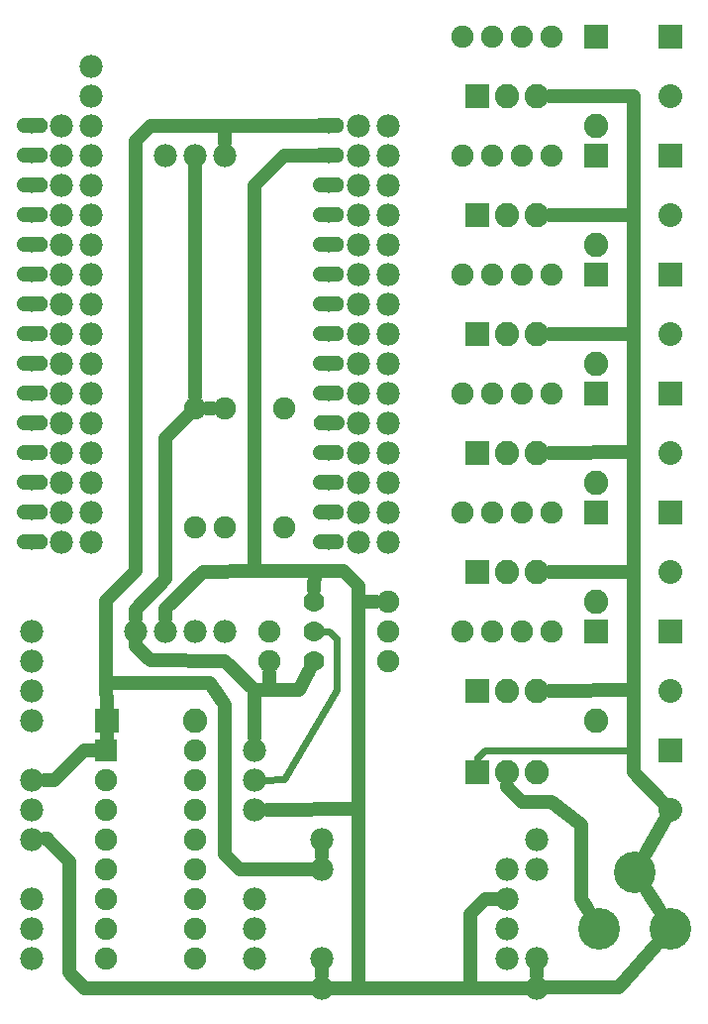
<source format=gtl>
G04 MADE WITH FRITZING*
G04 WWW.FRITZING.ORG*
G04 DOUBLE SIDED*
G04 HOLES PLATED*
G04 CONTOUR ON CENTER OF CONTOUR VECTOR*
%ASAXBY*%
%FSLAX23Y23*%
%MOIN*%
%OFA0B0*%
%SFA1.0B1.0*%
%ADD10C,0.078000*%
%ADD11C,0.075000*%
%ADD12C,0.069444*%
%ADD13C,0.082000*%
%ADD14C,0.080000*%
%ADD15C,0.052000*%
%ADD16C,0.140000*%
%ADD17R,0.082000X0.082000*%
%ADD18R,0.080000X0.080000*%
%ADD19R,0.075000X0.075000*%
%ADD20C,0.048000*%
%ADD21C,0.024000*%
%ADD22R,0.001000X0.001000*%
%LNCOPPER1*%
G90*
G70*
G54D10*
X1701Y203D03*
X1701Y303D03*
X1701Y403D03*
X1701Y503D03*
G54D11*
X751Y2053D03*
X751Y1653D03*
X651Y2053D03*
X651Y1653D03*
G54D10*
X851Y403D03*
X851Y303D03*
X851Y203D03*
X301Y3203D03*
X301Y3103D03*
X851Y903D03*
X851Y803D03*
X851Y703D03*
G54D12*
X1051Y1403D03*
X1051Y1303D03*
X1051Y1203D03*
G54D11*
X901Y1303D03*
X901Y1203D03*
X1751Y2503D03*
X1851Y2503D03*
X1551Y2503D03*
X1651Y2503D03*
X1751Y2103D03*
X1851Y2103D03*
X1551Y2103D03*
X1651Y2103D03*
X1551Y1703D03*
X1651Y1703D03*
X1751Y1703D03*
X1851Y1703D03*
X1751Y1303D03*
X1851Y1303D03*
X1551Y1303D03*
X1651Y1303D03*
G54D10*
X101Y1303D03*
X101Y1203D03*
X101Y1103D03*
X101Y1003D03*
X101Y803D03*
X101Y703D03*
X101Y603D03*
X101Y403D03*
X101Y303D03*
X101Y203D03*
X451Y1303D03*
X551Y1303D03*
X651Y1303D03*
X751Y1303D03*
X551Y2903D03*
X651Y2903D03*
X751Y2903D03*
X1076Y603D03*
X1076Y503D03*
X1076Y203D03*
X1076Y103D03*
X1801Y603D03*
X1801Y503D03*
X1801Y203D03*
X1801Y103D03*
G54D13*
X353Y1003D03*
X651Y1003D03*
G54D11*
X1551Y3303D03*
X1651Y3303D03*
X1751Y3303D03*
X1851Y3303D03*
X1751Y2903D03*
X1851Y2903D03*
G54D13*
X1601Y828D03*
X1701Y828D03*
X1801Y828D03*
X1601Y2703D03*
X1701Y2703D03*
X1801Y2703D03*
X1601Y1103D03*
X1701Y1103D03*
X1801Y1103D03*
X1601Y1503D03*
X1701Y1503D03*
X1801Y1503D03*
X1601Y1903D03*
X1701Y1903D03*
X1801Y1903D03*
X1601Y2303D03*
X1701Y2303D03*
X1801Y2303D03*
X1601Y3103D03*
X1701Y3103D03*
X1801Y3103D03*
X2001Y1301D03*
X2001Y1003D03*
X2001Y1701D03*
X2001Y1403D03*
X2001Y2101D03*
X2001Y1803D03*
X2001Y2501D03*
X2001Y2203D03*
X2001Y2901D03*
X2001Y2603D03*
X2001Y3301D03*
X2001Y3003D03*
G54D14*
X2251Y903D03*
X2251Y703D03*
X2251Y1303D03*
X2251Y1103D03*
X2251Y1703D03*
X2251Y1503D03*
X2251Y2103D03*
X2251Y1903D03*
X2251Y2503D03*
X2251Y2303D03*
X2251Y2903D03*
X2251Y2703D03*
X2251Y3303D03*
X2251Y3103D03*
G54D15*
X101Y3003D03*
X101Y2903D03*
X101Y2803D03*
X101Y2703D03*
X101Y2603D03*
X101Y2503D03*
X101Y2403D03*
X101Y2303D03*
X101Y2203D03*
X101Y2103D03*
X101Y2003D03*
X101Y1903D03*
X101Y1803D03*
X101Y1703D03*
X101Y1603D03*
X1101Y1603D03*
X1101Y1703D03*
X1101Y1803D03*
X1101Y1903D03*
X1101Y2003D03*
X1101Y2103D03*
X1101Y2203D03*
X1101Y2303D03*
X1101Y2403D03*
X1101Y2503D03*
X1101Y2603D03*
X1101Y2703D03*
X1101Y2803D03*
X1101Y2903D03*
X1101Y3003D03*
G54D16*
X2011Y303D03*
X2251Y303D03*
X2131Y493D03*
G54D11*
X351Y903D03*
X651Y903D03*
X351Y803D03*
X651Y803D03*
X351Y703D03*
X651Y703D03*
X351Y603D03*
X651Y603D03*
X351Y503D03*
X651Y503D03*
X351Y403D03*
X651Y403D03*
X351Y303D03*
X651Y303D03*
X351Y203D03*
X651Y203D03*
X1301Y1403D03*
X1301Y1303D03*
X1301Y1203D03*
X951Y2053D03*
X951Y1653D03*
G54D10*
X201Y3003D03*
X201Y2903D03*
X201Y2803D03*
X201Y2703D03*
X201Y2603D03*
X201Y2503D03*
X201Y2403D03*
X201Y2303D03*
X201Y2203D03*
X201Y2103D03*
X201Y2003D03*
X201Y1903D03*
X201Y1803D03*
X201Y1703D03*
X201Y1603D03*
X301Y3003D03*
X301Y2903D03*
X301Y2803D03*
X301Y2703D03*
X301Y2603D03*
X301Y2503D03*
X301Y2403D03*
X301Y2303D03*
X301Y2203D03*
X301Y2103D03*
X301Y2003D03*
X301Y1903D03*
X301Y1803D03*
X301Y1703D03*
X301Y1603D03*
X1301Y3003D03*
X1301Y2903D03*
X1301Y2803D03*
X1301Y2703D03*
X1301Y2603D03*
X1301Y2503D03*
X1301Y2403D03*
X1301Y2303D03*
X1301Y2203D03*
X1301Y2103D03*
X1301Y2003D03*
X1301Y1903D03*
X1301Y1803D03*
X1301Y1703D03*
X1301Y1603D03*
X1201Y3003D03*
X1201Y2903D03*
X1201Y2803D03*
X1201Y2703D03*
X1201Y2603D03*
X1201Y2503D03*
X1201Y2403D03*
X1201Y2303D03*
X1201Y2203D03*
X1201Y2103D03*
X1201Y2003D03*
X1201Y1903D03*
X1201Y1803D03*
X1201Y1703D03*
X1201Y1603D03*
G54D11*
X1551Y2903D03*
X1651Y2903D03*
G54D17*
X352Y1003D03*
X1601Y828D03*
X1601Y2703D03*
X1601Y1103D03*
X1601Y1503D03*
X1601Y1903D03*
X1601Y2303D03*
X1601Y3103D03*
X2001Y1302D03*
X2001Y1702D03*
X2001Y2102D03*
X2001Y2502D03*
X2001Y2902D03*
X2001Y3302D03*
G54D18*
X2251Y903D03*
X2251Y1303D03*
X2251Y1703D03*
X2251Y2103D03*
X2251Y2503D03*
X2251Y2903D03*
X2251Y3303D03*
G54D19*
X351Y903D03*
G54D20*
X1576Y353D02*
X1626Y403D01*
D02*
X1626Y403D02*
X1660Y403D01*
D02*
X1576Y103D02*
X1576Y353D01*
D02*
X1851Y728D02*
X1951Y653D01*
D02*
X1951Y403D02*
X1974Y365D01*
D02*
X1951Y653D02*
X1951Y403D01*
D02*
X1750Y728D02*
X1851Y728D01*
D02*
X1701Y778D02*
X1750Y728D01*
D02*
X1701Y785D02*
X1701Y778D01*
G54D21*
D02*
X1600Y879D02*
X1601Y860D01*
D02*
X1626Y903D02*
X1600Y879D01*
G54D20*
D02*
X1201Y704D02*
X892Y703D01*
D02*
X2126Y903D02*
X2125Y1104D01*
G54D21*
D02*
X1626Y903D02*
X2126Y903D01*
G54D20*
D02*
X2075Y104D02*
X1801Y104D01*
D02*
X2203Y249D02*
X2075Y104D01*
D02*
X2169Y432D02*
X2212Y364D01*
D02*
X2126Y828D02*
X2126Y903D01*
D02*
X2167Y556D02*
X2230Y667D01*
D02*
X2221Y733D02*
X2126Y828D01*
D02*
X2125Y1104D02*
X1844Y1103D01*
D02*
X2125Y1503D02*
X2125Y1104D01*
D02*
X2125Y2703D02*
X2125Y2303D01*
D02*
X2125Y2703D02*
X2125Y3102D01*
D02*
X2125Y1503D02*
X1844Y1503D01*
D02*
X2125Y1904D02*
X2125Y1503D01*
D02*
X2125Y3102D02*
X1844Y3103D01*
D02*
X2125Y1904D02*
X1844Y1903D01*
D02*
X1844Y2703D02*
X2125Y2703D01*
D02*
X2125Y2303D02*
X2125Y1904D01*
D02*
X2125Y2303D02*
X1844Y2303D01*
D02*
X1801Y144D02*
X1801Y162D01*
D02*
X501Y3003D02*
X451Y2953D01*
D02*
X751Y3003D02*
X501Y3003D01*
D02*
X451Y2953D02*
X451Y1504D01*
D02*
X751Y3003D02*
X751Y2944D01*
D02*
X951Y2903D02*
X1060Y2903D01*
D02*
X1060Y3003D02*
X751Y3003D01*
D02*
X850Y1504D02*
X850Y2803D01*
D02*
X850Y2803D02*
X951Y2903D01*
D02*
X751Y553D02*
X801Y503D01*
D02*
X750Y1054D02*
X751Y553D01*
D02*
X751Y2944D02*
X751Y3003D01*
D02*
X451Y1504D02*
X351Y1404D01*
D02*
X351Y1404D02*
X351Y1128D01*
D02*
X1052Y1504D02*
X850Y1504D01*
D02*
X1200Y1403D02*
X1200Y1454D01*
D02*
X1150Y1504D02*
X1052Y1504D01*
D02*
X1200Y1454D02*
X1150Y1504D01*
D02*
X1201Y704D02*
X1200Y1403D01*
D02*
X1200Y103D02*
X1201Y704D01*
D02*
X1576Y103D02*
X1760Y103D01*
D02*
X1200Y103D02*
X1576Y103D01*
D02*
X1076Y144D02*
X1076Y162D01*
D02*
X1117Y103D02*
X1200Y103D01*
D02*
X551Y1953D02*
X551Y1478D01*
D02*
X450Y1377D02*
X451Y1344D01*
D02*
X551Y1478D02*
X450Y1377D01*
D02*
X623Y2025D02*
X551Y1953D01*
D02*
X711Y2053D02*
X691Y2053D01*
D02*
X177Y803D02*
X142Y803D01*
D02*
X275Y903D02*
X177Y803D01*
D02*
X750Y1054D02*
X701Y1128D01*
D02*
X311Y903D02*
X275Y903D01*
D02*
X352Y1046D02*
X351Y1128D01*
D02*
X701Y1128D02*
X351Y1128D01*
D02*
X651Y2862D02*
X651Y2093D01*
D02*
X676Y1503D02*
X850Y1504D01*
D02*
X551Y1378D02*
X676Y1503D01*
D02*
X551Y1344D02*
X551Y1378D01*
D02*
X851Y1104D02*
X901Y1104D01*
D02*
X750Y1203D02*
X851Y1104D01*
D02*
X501Y1204D02*
X750Y1203D01*
D02*
X1051Y1441D02*
X1052Y1504D01*
D02*
X451Y1253D02*
X501Y1204D01*
D02*
X901Y1104D02*
X901Y1163D01*
D02*
X451Y1262D02*
X451Y1253D01*
D02*
X226Y528D02*
X151Y604D01*
D02*
X225Y154D02*
X226Y528D01*
D02*
X275Y103D02*
X225Y154D01*
D02*
X152Y604D02*
X142Y604D01*
D02*
X1035Y103D02*
X275Y103D01*
D02*
X1001Y1104D02*
X1034Y1170D01*
D02*
X1200Y1403D02*
X1261Y1403D01*
G54D21*
D02*
X1101Y1303D02*
X1077Y1303D01*
D02*
X1125Y1278D02*
X1101Y1303D01*
D02*
X1125Y1104D02*
X1125Y1278D01*
D02*
X951Y804D02*
X1125Y1104D01*
D02*
X881Y803D02*
X951Y804D01*
G54D20*
D02*
X901Y1104D02*
X1001Y1104D01*
D02*
X851Y1104D02*
X851Y944D01*
D02*
X352Y943D02*
X352Y960D01*
D02*
X1076Y544D02*
X1076Y562D01*
D02*
X1035Y503D02*
X801Y503D01*
G54D22*
X73Y3029D02*
X131Y3029D01*
X1070Y3029D02*
X1128Y3029D01*
X68Y3028D02*
X135Y3028D01*
X1066Y3028D02*
X1132Y3028D01*
X66Y3027D02*
X138Y3027D01*
X1063Y3027D02*
X1135Y3027D01*
X64Y3026D02*
X140Y3026D01*
X1061Y3026D02*
X1137Y3026D01*
X62Y3025D02*
X142Y3025D01*
X1059Y3025D02*
X1139Y3025D01*
X61Y3024D02*
X143Y3024D01*
X1058Y3024D02*
X1140Y3024D01*
X60Y3023D02*
X144Y3023D01*
X1057Y3023D02*
X1141Y3023D01*
X58Y3022D02*
X145Y3022D01*
X1056Y3022D02*
X1142Y3022D01*
X57Y3021D02*
X146Y3021D01*
X1055Y3021D02*
X1143Y3021D01*
X57Y3020D02*
X147Y3020D01*
X1054Y3020D02*
X1144Y3020D01*
X56Y3019D02*
X99Y3019D01*
X106Y3019D02*
X148Y3019D01*
X1053Y3019D02*
X1095Y3019D01*
X1103Y3019D02*
X1145Y3019D01*
X55Y3018D02*
X96Y3018D01*
X109Y3018D02*
X149Y3018D01*
X1052Y3018D02*
X1092Y3018D01*
X1106Y3018D02*
X1146Y3018D01*
X54Y3017D02*
X94Y3017D01*
X111Y3017D02*
X149Y3017D01*
X1052Y3017D02*
X1090Y3017D01*
X1108Y3017D02*
X1146Y3017D01*
X54Y3016D02*
X92Y3016D01*
X113Y3016D02*
X150Y3016D01*
X1051Y3016D02*
X1089Y3016D01*
X1109Y3016D02*
X1147Y3016D01*
X53Y3015D02*
X91Y3015D01*
X114Y3015D02*
X150Y3015D01*
X1050Y3015D02*
X1088Y3015D01*
X1110Y3015D02*
X1148Y3015D01*
X53Y3014D02*
X90Y3014D01*
X115Y3014D02*
X151Y3014D01*
X1050Y3014D02*
X1087Y3014D01*
X1111Y3014D02*
X1148Y3014D01*
X52Y3013D02*
X89Y3013D01*
X116Y3013D02*
X151Y3013D01*
X1049Y3013D02*
X1086Y3013D01*
X1112Y3013D02*
X1149Y3013D01*
X52Y3012D02*
X89Y3012D01*
X117Y3012D02*
X152Y3012D01*
X1049Y3012D02*
X1085Y3012D01*
X1113Y3012D02*
X1149Y3012D01*
X52Y3011D02*
X88Y3011D01*
X117Y3011D02*
X152Y3011D01*
X1049Y3011D02*
X1085Y3011D01*
X1113Y3011D02*
X1149Y3011D01*
X51Y3010D02*
X88Y3010D01*
X118Y3010D02*
X152Y3010D01*
X1048Y3010D02*
X1084Y3010D01*
X1114Y3010D02*
X1150Y3010D01*
X51Y3009D02*
X87Y3009D01*
X118Y3009D02*
X153Y3009D01*
X1048Y3009D02*
X1084Y3009D01*
X1114Y3009D02*
X1150Y3009D01*
X51Y3008D02*
X87Y3008D01*
X118Y3008D02*
X153Y3008D01*
X1048Y3008D02*
X1083Y3008D01*
X1115Y3008D02*
X1150Y3008D01*
X51Y3007D02*
X87Y3007D01*
X119Y3007D02*
X153Y3007D01*
X1048Y3007D02*
X1083Y3007D01*
X1115Y3007D02*
X1150Y3007D01*
X51Y3006D02*
X86Y3006D01*
X119Y3006D02*
X153Y3006D01*
X1048Y3006D02*
X1083Y3006D01*
X1115Y3006D02*
X1150Y3006D01*
X51Y3005D02*
X86Y3005D01*
X119Y3005D02*
X153Y3005D01*
X1048Y3005D02*
X1083Y3005D01*
X1115Y3005D02*
X1150Y3005D01*
X50Y3004D02*
X86Y3004D01*
X119Y3004D02*
X153Y3004D01*
X1048Y3004D02*
X1083Y3004D01*
X1115Y3004D02*
X1150Y3004D01*
X50Y3003D02*
X86Y3003D01*
X119Y3003D02*
X153Y3003D01*
X1048Y3003D02*
X1083Y3003D01*
X1115Y3003D02*
X1150Y3003D01*
X51Y3002D02*
X86Y3002D01*
X119Y3002D02*
X153Y3002D01*
X1048Y3002D02*
X1083Y3002D01*
X1115Y3002D02*
X1150Y3002D01*
X51Y3001D02*
X86Y3001D01*
X119Y3001D02*
X153Y3001D01*
X1048Y3001D02*
X1083Y3001D01*
X1115Y3001D02*
X1150Y3001D01*
X51Y3000D02*
X87Y3000D01*
X119Y3000D02*
X153Y3000D01*
X1048Y3000D02*
X1083Y3000D01*
X1115Y3000D02*
X1150Y3000D01*
X51Y2999D02*
X87Y2999D01*
X118Y2999D02*
X153Y2999D01*
X1048Y2999D02*
X1083Y2999D01*
X1115Y2999D02*
X1150Y2999D01*
X51Y2998D02*
X87Y2998D01*
X118Y2998D02*
X153Y2998D01*
X1048Y2998D02*
X1083Y2998D01*
X1114Y2998D02*
X1150Y2998D01*
X51Y2997D02*
X88Y2997D01*
X118Y2997D02*
X153Y2997D01*
X1048Y2997D02*
X1084Y2997D01*
X1114Y2997D02*
X1150Y2997D01*
X51Y2996D02*
X88Y2996D01*
X117Y2996D02*
X152Y2996D01*
X1049Y2996D02*
X1084Y2996D01*
X1114Y2996D02*
X1149Y2996D01*
X52Y2995D02*
X89Y2995D01*
X117Y2995D02*
X152Y2995D01*
X1049Y2995D02*
X1085Y2995D01*
X1113Y2995D02*
X1149Y2995D01*
X52Y2994D02*
X89Y2994D01*
X116Y2994D02*
X152Y2994D01*
X1049Y2994D02*
X1086Y2994D01*
X1112Y2994D02*
X1149Y2994D01*
X53Y2993D02*
X90Y2993D01*
X115Y2993D02*
X151Y2993D01*
X1050Y2993D02*
X1086Y2993D01*
X1112Y2993D02*
X1148Y2993D01*
X53Y2992D02*
X91Y2992D01*
X114Y2992D02*
X151Y2992D01*
X1050Y2992D02*
X1087Y2992D01*
X1111Y2992D02*
X1148Y2992D01*
X54Y2991D02*
X92Y2991D01*
X113Y2991D02*
X150Y2991D01*
X1051Y2991D02*
X1088Y2991D01*
X1109Y2991D02*
X1147Y2991D01*
X54Y2990D02*
X93Y2990D01*
X112Y2990D02*
X150Y2990D01*
X1051Y2990D02*
X1090Y2990D01*
X1108Y2990D02*
X1147Y2990D01*
X55Y2989D02*
X95Y2989D01*
X110Y2989D02*
X149Y2989D01*
X1052Y2989D02*
X1092Y2989D01*
X1106Y2989D02*
X1146Y2989D01*
X55Y2988D02*
X98Y2988D01*
X107Y2988D02*
X148Y2988D01*
X1053Y2988D02*
X1094Y2988D01*
X1104Y2988D02*
X1145Y2988D01*
X56Y2987D02*
X147Y2987D01*
X1053Y2987D02*
X1145Y2987D01*
X57Y2986D02*
X147Y2986D01*
X1054Y2986D02*
X1144Y2986D01*
X58Y2985D02*
X146Y2985D01*
X1055Y2985D02*
X1143Y2985D01*
X59Y2984D02*
X145Y2984D01*
X1056Y2984D02*
X1142Y2984D01*
X60Y2983D02*
X143Y2983D01*
X1057Y2983D02*
X1141Y2983D01*
X62Y2982D02*
X142Y2982D01*
X1059Y2982D02*
X1139Y2982D01*
X63Y2981D02*
X141Y2981D01*
X1060Y2981D02*
X1138Y2981D01*
X65Y2980D02*
X139Y2980D01*
X1062Y2980D02*
X1136Y2980D01*
X67Y2979D02*
X137Y2979D01*
X1064Y2979D02*
X1134Y2979D01*
X71Y2978D02*
X133Y2978D01*
X1068Y2978D02*
X1130Y2978D01*
X73Y2929D02*
X131Y2929D01*
X1070Y2929D02*
X1128Y2929D01*
X68Y2928D02*
X135Y2928D01*
X1065Y2928D02*
X1133Y2928D01*
X66Y2927D02*
X138Y2927D01*
X1063Y2927D02*
X1135Y2927D01*
X64Y2926D02*
X140Y2926D01*
X1061Y2926D02*
X1137Y2926D01*
X62Y2925D02*
X142Y2925D01*
X1059Y2925D02*
X1139Y2925D01*
X61Y2924D02*
X143Y2924D01*
X1058Y2924D02*
X1140Y2924D01*
X60Y2923D02*
X144Y2923D01*
X1057Y2923D02*
X1141Y2923D01*
X58Y2922D02*
X145Y2922D01*
X1056Y2922D02*
X1142Y2922D01*
X57Y2921D02*
X146Y2921D01*
X1055Y2921D02*
X1143Y2921D01*
X57Y2920D02*
X147Y2920D01*
X1054Y2920D02*
X1144Y2920D01*
X56Y2919D02*
X99Y2919D01*
X106Y2919D02*
X148Y2919D01*
X1053Y2919D02*
X1095Y2919D01*
X1103Y2919D02*
X1145Y2919D01*
X55Y2918D02*
X95Y2918D01*
X110Y2918D02*
X149Y2918D01*
X1052Y2918D02*
X1092Y2918D01*
X1106Y2918D02*
X1146Y2918D01*
X54Y2917D02*
X94Y2917D01*
X112Y2917D02*
X149Y2917D01*
X1052Y2917D02*
X1090Y2917D01*
X1108Y2917D02*
X1146Y2917D01*
X54Y2916D02*
X92Y2916D01*
X113Y2916D02*
X150Y2916D01*
X1051Y2916D02*
X1088Y2916D01*
X1109Y2916D02*
X1147Y2916D01*
X53Y2915D02*
X91Y2915D01*
X114Y2915D02*
X150Y2915D01*
X1050Y2915D02*
X1087Y2915D01*
X1111Y2915D02*
X1148Y2915D01*
X53Y2914D02*
X90Y2914D01*
X115Y2914D02*
X151Y2914D01*
X1050Y2914D02*
X1086Y2914D01*
X1112Y2914D02*
X1148Y2914D01*
X52Y2913D02*
X89Y2913D01*
X116Y2913D02*
X151Y2913D01*
X1049Y2913D02*
X1086Y2913D01*
X1112Y2913D02*
X1149Y2913D01*
X52Y2912D02*
X88Y2912D01*
X117Y2912D02*
X152Y2912D01*
X1049Y2912D02*
X1085Y2912D01*
X1113Y2912D02*
X1149Y2912D01*
X52Y2911D02*
X88Y2911D01*
X117Y2911D02*
X152Y2911D01*
X1049Y2911D02*
X1084Y2911D01*
X1114Y2911D02*
X1149Y2911D01*
X51Y2910D02*
X87Y2910D01*
X118Y2910D02*
X152Y2910D01*
X1048Y2910D02*
X1084Y2910D01*
X1114Y2910D02*
X1150Y2910D01*
X51Y2909D02*
X87Y2909D01*
X118Y2909D02*
X153Y2909D01*
X1048Y2909D02*
X1083Y2909D01*
X1115Y2909D02*
X1150Y2909D01*
X51Y2908D02*
X87Y2908D01*
X119Y2908D02*
X153Y2908D01*
X1048Y2908D02*
X1083Y2908D01*
X1115Y2908D02*
X1150Y2908D01*
X51Y2907D02*
X86Y2907D01*
X119Y2907D02*
X153Y2907D01*
X1048Y2907D02*
X1083Y2907D01*
X1115Y2907D02*
X1150Y2907D01*
X51Y2906D02*
X86Y2906D01*
X119Y2906D02*
X153Y2906D01*
X1048Y2906D02*
X1083Y2906D01*
X1115Y2906D02*
X1150Y2906D01*
X50Y2905D02*
X86Y2905D01*
X119Y2905D02*
X153Y2905D01*
X1048Y2905D02*
X1082Y2905D01*
X1116Y2905D02*
X1150Y2905D01*
X50Y2904D02*
X86Y2904D01*
X119Y2904D02*
X153Y2904D01*
X1048Y2904D02*
X1082Y2904D01*
X1116Y2904D02*
X1150Y2904D01*
X50Y2903D02*
X86Y2903D01*
X119Y2903D02*
X153Y2903D01*
X1048Y2903D02*
X1082Y2903D01*
X1116Y2903D02*
X1150Y2903D01*
X50Y2902D02*
X86Y2902D01*
X119Y2902D02*
X153Y2902D01*
X1048Y2902D02*
X1082Y2902D01*
X1116Y2902D02*
X1150Y2902D01*
X50Y2901D02*
X86Y2901D01*
X119Y2901D02*
X153Y2901D01*
X1048Y2901D02*
X1082Y2901D01*
X1115Y2901D02*
X1150Y2901D01*
X51Y2900D02*
X86Y2900D01*
X119Y2900D02*
X153Y2900D01*
X1048Y2900D02*
X1083Y2900D01*
X1115Y2900D02*
X1150Y2900D01*
X51Y2899D02*
X87Y2899D01*
X119Y2899D02*
X153Y2899D01*
X1048Y2899D02*
X1083Y2899D01*
X1115Y2899D02*
X1150Y2899D01*
X51Y2898D02*
X87Y2898D01*
X118Y2898D02*
X153Y2898D01*
X1048Y2898D02*
X1083Y2898D01*
X1115Y2898D02*
X1150Y2898D01*
X51Y2897D02*
X87Y2897D01*
X118Y2897D02*
X152Y2897D01*
X1048Y2897D02*
X1084Y2897D01*
X1114Y2897D02*
X1150Y2897D01*
X51Y2896D02*
X88Y2896D01*
X117Y2896D02*
X152Y2896D01*
X1049Y2896D02*
X1084Y2896D01*
X1114Y2896D02*
X1149Y2896D01*
X52Y2895D02*
X88Y2895D01*
X117Y2895D02*
X152Y2895D01*
X1049Y2895D02*
X1085Y2895D01*
X1113Y2895D02*
X1149Y2895D01*
X52Y2894D02*
X89Y2894D01*
X116Y2894D02*
X152Y2894D01*
X1049Y2894D02*
X1085Y2894D01*
X1113Y2894D02*
X1149Y2894D01*
X53Y2893D02*
X90Y2893D01*
X115Y2893D02*
X151Y2893D01*
X1050Y2893D02*
X1086Y2893D01*
X1112Y2893D02*
X1148Y2893D01*
X53Y2892D02*
X91Y2892D01*
X114Y2892D02*
X151Y2892D01*
X1050Y2892D02*
X1087Y2892D01*
X1111Y2892D02*
X1148Y2892D01*
X54Y2891D02*
X92Y2891D01*
X113Y2891D02*
X150Y2891D01*
X1051Y2891D02*
X1088Y2891D01*
X1110Y2891D02*
X1147Y2891D01*
X54Y2890D02*
X93Y2890D01*
X112Y2890D02*
X149Y2890D01*
X1051Y2890D02*
X1090Y2890D01*
X1108Y2890D02*
X1147Y2890D01*
X55Y2889D02*
X95Y2889D01*
X110Y2889D02*
X149Y2889D01*
X1052Y2889D02*
X1091Y2889D01*
X1107Y2889D02*
X1146Y2889D01*
X55Y2888D02*
X98Y2888D01*
X108Y2888D02*
X148Y2888D01*
X1053Y2888D02*
X1094Y2888D01*
X1104Y2888D02*
X1145Y2888D01*
X56Y2887D02*
X147Y2887D01*
X1053Y2887D02*
X1145Y2887D01*
X57Y2886D02*
X147Y2886D01*
X1054Y2886D02*
X1144Y2886D01*
X58Y2885D02*
X146Y2885D01*
X1055Y2885D02*
X1143Y2885D01*
X59Y2884D02*
X145Y2884D01*
X1056Y2884D02*
X1142Y2884D01*
X60Y2883D02*
X143Y2883D01*
X1057Y2883D02*
X1140Y2883D01*
X62Y2882D02*
X142Y2882D01*
X1059Y2882D02*
X1139Y2882D01*
X63Y2881D02*
X140Y2881D01*
X1060Y2881D02*
X1138Y2881D01*
X65Y2880D02*
X139Y2880D01*
X1062Y2880D02*
X1136Y2880D01*
X67Y2879D02*
X136Y2879D01*
X1064Y2879D02*
X1134Y2879D01*
X71Y2878D02*
X133Y2878D01*
X1068Y2878D02*
X1130Y2878D01*
X72Y2829D02*
X131Y2829D01*
X1070Y2829D02*
X1128Y2829D01*
X68Y2828D02*
X135Y2828D01*
X1065Y2828D02*
X1133Y2828D01*
X66Y2827D02*
X138Y2827D01*
X1063Y2827D02*
X1135Y2827D01*
X64Y2826D02*
X140Y2826D01*
X1061Y2826D02*
X1137Y2826D01*
X62Y2825D02*
X142Y2825D01*
X1059Y2825D02*
X1139Y2825D01*
X61Y2824D02*
X143Y2824D01*
X1058Y2824D02*
X1140Y2824D01*
X59Y2823D02*
X144Y2823D01*
X1057Y2823D02*
X1141Y2823D01*
X58Y2822D02*
X145Y2822D01*
X1055Y2822D02*
X1142Y2822D01*
X57Y2821D02*
X146Y2821D01*
X1055Y2821D02*
X1143Y2821D01*
X56Y2820D02*
X147Y2820D01*
X1054Y2820D02*
X1144Y2820D01*
X56Y2819D02*
X99Y2819D01*
X107Y2819D02*
X148Y2819D01*
X1053Y2819D02*
X1095Y2819D01*
X1103Y2819D02*
X1145Y2819D01*
X55Y2818D02*
X95Y2818D01*
X110Y2818D02*
X149Y2818D01*
X1052Y2818D02*
X1092Y2818D01*
X1106Y2818D02*
X1146Y2818D01*
X54Y2817D02*
X94Y2817D01*
X112Y2817D02*
X149Y2817D01*
X1051Y2817D02*
X1090Y2817D01*
X1108Y2817D02*
X1146Y2817D01*
X54Y2816D02*
X92Y2816D01*
X113Y2816D02*
X150Y2816D01*
X1051Y2816D02*
X1088Y2816D01*
X1109Y2816D02*
X1147Y2816D01*
X53Y2815D02*
X91Y2815D01*
X114Y2815D02*
X150Y2815D01*
X1050Y2815D02*
X1087Y2815D01*
X1111Y2815D02*
X1148Y2815D01*
X53Y2814D02*
X90Y2814D01*
X115Y2814D02*
X151Y2814D01*
X1050Y2814D02*
X1086Y2814D01*
X1112Y2814D02*
X1148Y2814D01*
X52Y2813D02*
X89Y2813D01*
X116Y2813D02*
X151Y2813D01*
X1049Y2813D02*
X1086Y2813D01*
X1112Y2813D02*
X1149Y2813D01*
X52Y2812D02*
X88Y2812D01*
X117Y2812D02*
X152Y2812D01*
X1049Y2812D02*
X1085Y2812D01*
X1113Y2812D02*
X1149Y2812D01*
X51Y2811D02*
X88Y2811D01*
X117Y2811D02*
X152Y2811D01*
X1049Y2811D02*
X1084Y2811D01*
X1114Y2811D02*
X1149Y2811D01*
X51Y2810D02*
X87Y2810D01*
X118Y2810D02*
X152Y2810D01*
X1048Y2810D02*
X1084Y2810D01*
X1114Y2810D02*
X1150Y2810D01*
X51Y2809D02*
X87Y2809D01*
X118Y2809D02*
X153Y2809D01*
X1048Y2809D02*
X1083Y2809D01*
X1115Y2809D02*
X1150Y2809D01*
X51Y2808D02*
X87Y2808D01*
X119Y2808D02*
X153Y2808D01*
X1048Y2808D02*
X1083Y2808D01*
X1115Y2808D02*
X1150Y2808D01*
X51Y2807D02*
X86Y2807D01*
X119Y2807D02*
X153Y2807D01*
X1048Y2807D02*
X1083Y2807D01*
X1115Y2807D02*
X1150Y2807D01*
X50Y2806D02*
X86Y2806D01*
X119Y2806D02*
X153Y2806D01*
X1048Y2806D02*
X1083Y2806D01*
X1115Y2806D02*
X1150Y2806D01*
X50Y2805D02*
X86Y2805D01*
X119Y2805D02*
X153Y2805D01*
X1048Y2805D02*
X1082Y2805D01*
X1116Y2805D02*
X1150Y2805D01*
X50Y2804D02*
X86Y2804D01*
X119Y2804D02*
X153Y2804D01*
X1048Y2804D02*
X1082Y2804D01*
X1116Y2804D02*
X1150Y2804D01*
X50Y2803D02*
X86Y2803D01*
X119Y2803D02*
X153Y2803D01*
X1048Y2803D02*
X1082Y2803D01*
X1116Y2803D02*
X1150Y2803D01*
X50Y2802D02*
X86Y2802D01*
X119Y2802D02*
X153Y2802D01*
X1048Y2802D02*
X1082Y2802D01*
X1116Y2802D02*
X1150Y2802D01*
X50Y2801D02*
X86Y2801D01*
X119Y2801D02*
X153Y2801D01*
X1048Y2801D02*
X1082Y2801D01*
X1115Y2801D02*
X1150Y2801D01*
X51Y2800D02*
X86Y2800D01*
X119Y2800D02*
X153Y2800D01*
X1048Y2800D02*
X1083Y2800D01*
X1115Y2800D02*
X1150Y2800D01*
X51Y2799D02*
X86Y2799D01*
X119Y2799D02*
X153Y2799D01*
X1048Y2799D02*
X1083Y2799D01*
X1115Y2799D02*
X1150Y2799D01*
X51Y2798D02*
X87Y2798D01*
X118Y2798D02*
X153Y2798D01*
X1048Y2798D02*
X1083Y2798D01*
X1115Y2798D02*
X1150Y2798D01*
X51Y2797D02*
X87Y2797D01*
X118Y2797D02*
X152Y2797D01*
X1048Y2797D02*
X1084Y2797D01*
X1114Y2797D02*
X1150Y2797D01*
X51Y2796D02*
X88Y2796D01*
X117Y2796D02*
X152Y2796D01*
X1049Y2796D02*
X1084Y2796D01*
X1114Y2796D02*
X1149Y2796D01*
X52Y2795D02*
X88Y2795D01*
X117Y2795D02*
X152Y2795D01*
X1049Y2795D02*
X1085Y2795D01*
X1113Y2795D02*
X1149Y2795D01*
X52Y2794D02*
X89Y2794D01*
X116Y2794D02*
X152Y2794D01*
X1049Y2794D02*
X1085Y2794D01*
X1113Y2794D02*
X1149Y2794D01*
X52Y2793D02*
X90Y2793D01*
X115Y2793D02*
X151Y2793D01*
X1050Y2793D02*
X1086Y2793D01*
X1112Y2793D02*
X1148Y2793D01*
X53Y2792D02*
X91Y2792D01*
X114Y2792D02*
X151Y2792D01*
X1050Y2792D02*
X1087Y2792D01*
X1111Y2792D02*
X1148Y2792D01*
X54Y2791D02*
X92Y2791D01*
X113Y2791D02*
X150Y2791D01*
X1051Y2791D02*
X1088Y2791D01*
X1110Y2791D02*
X1147Y2791D01*
X54Y2790D02*
X93Y2790D01*
X112Y2790D02*
X149Y2790D01*
X1051Y2790D02*
X1090Y2790D01*
X1108Y2790D02*
X1147Y2790D01*
X55Y2789D02*
X95Y2789D01*
X110Y2789D02*
X149Y2789D01*
X1052Y2789D02*
X1091Y2789D01*
X1107Y2789D02*
X1146Y2789D01*
X55Y2788D02*
X98Y2788D01*
X107Y2788D02*
X148Y2788D01*
X1053Y2788D02*
X1094Y2788D01*
X1104Y2788D02*
X1145Y2788D01*
X56Y2787D02*
X147Y2787D01*
X1053Y2787D02*
X1145Y2787D01*
X57Y2786D02*
X146Y2786D01*
X1054Y2786D02*
X1144Y2786D01*
X58Y2785D02*
X146Y2785D01*
X1055Y2785D02*
X1143Y2785D01*
X59Y2784D02*
X144Y2784D01*
X1056Y2784D02*
X1142Y2784D01*
X60Y2783D02*
X143Y2783D01*
X1058Y2783D02*
X1140Y2783D01*
X62Y2782D02*
X142Y2782D01*
X1059Y2782D02*
X1139Y2782D01*
X63Y2781D02*
X140Y2781D01*
X1060Y2781D02*
X1138Y2781D01*
X65Y2780D02*
X138Y2780D01*
X1062Y2780D02*
X1136Y2780D01*
X67Y2779D02*
X136Y2779D01*
X1064Y2779D02*
X1133Y2779D01*
X71Y2778D02*
X133Y2778D01*
X1068Y2778D02*
X1130Y2778D01*
X72Y2729D02*
X131Y2729D01*
X1069Y2729D02*
X1129Y2729D01*
X68Y2728D02*
X135Y2728D01*
X1065Y2728D02*
X1133Y2728D01*
X66Y2727D02*
X138Y2727D01*
X1063Y2727D02*
X1135Y2727D01*
X64Y2726D02*
X140Y2726D01*
X1061Y2726D02*
X1137Y2726D01*
X62Y2725D02*
X142Y2725D01*
X1059Y2725D02*
X1139Y2725D01*
X61Y2724D02*
X143Y2724D01*
X1058Y2724D02*
X1140Y2724D01*
X59Y2723D02*
X144Y2723D01*
X1057Y2723D02*
X1141Y2723D01*
X58Y2722D02*
X145Y2722D01*
X1055Y2722D02*
X1143Y2722D01*
X57Y2721D02*
X146Y2721D01*
X1055Y2721D02*
X1143Y2721D01*
X57Y2720D02*
X147Y2720D01*
X1054Y2720D02*
X1144Y2720D01*
X56Y2719D02*
X98Y2719D01*
X107Y2719D02*
X148Y2719D01*
X1053Y2719D02*
X1095Y2719D01*
X1103Y2719D02*
X1145Y2719D01*
X55Y2718D02*
X95Y2718D01*
X110Y2718D02*
X149Y2718D01*
X1052Y2718D02*
X1092Y2718D01*
X1106Y2718D02*
X1146Y2718D01*
X54Y2717D02*
X93Y2717D01*
X112Y2717D02*
X149Y2717D01*
X1051Y2717D02*
X1090Y2717D01*
X1108Y2717D02*
X1146Y2717D01*
X54Y2716D02*
X92Y2716D01*
X113Y2716D02*
X150Y2716D01*
X1051Y2716D02*
X1088Y2716D01*
X1109Y2716D02*
X1147Y2716D01*
X53Y2715D02*
X91Y2715D01*
X114Y2715D02*
X150Y2715D01*
X1050Y2715D02*
X1087Y2715D01*
X1111Y2715D02*
X1148Y2715D01*
X53Y2714D02*
X90Y2714D01*
X115Y2714D02*
X151Y2714D01*
X1050Y2714D02*
X1086Y2714D01*
X1112Y2714D02*
X1148Y2714D01*
X52Y2713D02*
X89Y2713D01*
X116Y2713D02*
X151Y2713D01*
X1049Y2713D02*
X1085Y2713D01*
X1112Y2713D02*
X1149Y2713D01*
X52Y2712D02*
X88Y2712D01*
X117Y2712D02*
X152Y2712D01*
X1049Y2712D02*
X1085Y2712D01*
X1113Y2712D02*
X1149Y2712D01*
X52Y2711D02*
X88Y2711D01*
X117Y2711D02*
X152Y2711D01*
X1049Y2711D02*
X1084Y2711D01*
X1114Y2711D02*
X1149Y2711D01*
X51Y2710D02*
X87Y2710D01*
X118Y2710D02*
X152Y2710D01*
X1048Y2710D02*
X1084Y2710D01*
X1114Y2710D02*
X1150Y2710D01*
X51Y2709D02*
X87Y2709D01*
X118Y2709D02*
X153Y2709D01*
X1048Y2709D02*
X1083Y2709D01*
X1115Y2709D02*
X1150Y2709D01*
X51Y2708D02*
X87Y2708D01*
X119Y2708D02*
X153Y2708D01*
X1048Y2708D02*
X1083Y2708D01*
X1115Y2708D02*
X1150Y2708D01*
X51Y2707D02*
X86Y2707D01*
X119Y2707D02*
X153Y2707D01*
X1048Y2707D02*
X1083Y2707D01*
X1115Y2707D02*
X1150Y2707D01*
X51Y2706D02*
X86Y2706D01*
X119Y2706D02*
X153Y2706D01*
X1048Y2706D02*
X1083Y2706D01*
X1115Y2706D02*
X1150Y2706D01*
X50Y2705D02*
X86Y2705D01*
X119Y2705D02*
X153Y2705D01*
X1048Y2705D02*
X1082Y2705D01*
X1116Y2705D02*
X1150Y2705D01*
X50Y2704D02*
X86Y2704D01*
X119Y2704D02*
X153Y2704D01*
X1048Y2704D02*
X1082Y2704D01*
X1116Y2704D02*
X1150Y2704D01*
X50Y2703D02*
X86Y2703D01*
X119Y2703D02*
X153Y2703D01*
X1048Y2703D02*
X1082Y2703D01*
X1116Y2703D02*
X1150Y2703D01*
X50Y2702D02*
X86Y2702D01*
X119Y2702D02*
X153Y2702D01*
X1048Y2702D02*
X1082Y2702D01*
X1116Y2702D02*
X1150Y2702D01*
X50Y2701D02*
X86Y2701D01*
X119Y2701D02*
X153Y2701D01*
X1048Y2701D02*
X1082Y2701D01*
X1115Y2701D02*
X1150Y2701D01*
X51Y2700D02*
X86Y2700D01*
X119Y2700D02*
X153Y2700D01*
X1048Y2700D02*
X1083Y2700D01*
X1115Y2700D02*
X1150Y2700D01*
X51Y2699D02*
X87Y2699D01*
X119Y2699D02*
X153Y2699D01*
X1048Y2699D02*
X1083Y2699D01*
X1115Y2699D02*
X1150Y2699D01*
X51Y2698D02*
X87Y2698D01*
X118Y2698D02*
X153Y2698D01*
X1048Y2698D02*
X1083Y2698D01*
X1115Y2698D02*
X1150Y2698D01*
X51Y2697D02*
X87Y2697D01*
X118Y2697D02*
X152Y2697D01*
X1048Y2697D02*
X1084Y2697D01*
X1114Y2697D02*
X1150Y2697D01*
X51Y2696D02*
X88Y2696D01*
X117Y2696D02*
X152Y2696D01*
X1049Y2696D02*
X1084Y2696D01*
X1114Y2696D02*
X1149Y2696D01*
X52Y2695D02*
X88Y2695D01*
X117Y2695D02*
X152Y2695D01*
X1049Y2695D02*
X1085Y2695D01*
X1113Y2695D02*
X1149Y2695D01*
X52Y2694D02*
X89Y2694D01*
X116Y2694D02*
X151Y2694D01*
X1049Y2694D02*
X1085Y2694D01*
X1113Y2694D02*
X1149Y2694D01*
X53Y2693D02*
X90Y2693D01*
X115Y2693D02*
X151Y2693D01*
X1050Y2693D02*
X1086Y2693D01*
X1112Y2693D02*
X1148Y2693D01*
X53Y2692D02*
X91Y2692D01*
X114Y2692D02*
X151Y2692D01*
X1050Y2692D02*
X1087Y2692D01*
X1111Y2692D02*
X1148Y2692D01*
X54Y2691D02*
X92Y2691D01*
X113Y2691D02*
X150Y2691D01*
X1051Y2691D02*
X1088Y2691D01*
X1110Y2691D02*
X1147Y2691D01*
X54Y2690D02*
X93Y2690D01*
X112Y2690D02*
X149Y2690D01*
X1051Y2690D02*
X1090Y2690D01*
X1108Y2690D02*
X1147Y2690D01*
X55Y2689D02*
X95Y2689D01*
X110Y2689D02*
X149Y2689D01*
X1052Y2689D02*
X1091Y2689D01*
X1106Y2689D02*
X1146Y2689D01*
X55Y2688D02*
X98Y2688D01*
X107Y2688D02*
X148Y2688D01*
X1053Y2688D02*
X1094Y2688D01*
X1104Y2688D02*
X1145Y2688D01*
X56Y2687D02*
X147Y2687D01*
X1053Y2687D02*
X1144Y2687D01*
X57Y2686D02*
X146Y2686D01*
X1054Y2686D02*
X1144Y2686D01*
X58Y2685D02*
X146Y2685D01*
X1055Y2685D02*
X1143Y2685D01*
X59Y2684D02*
X144Y2684D01*
X1056Y2684D02*
X1142Y2684D01*
X60Y2683D02*
X143Y2683D01*
X1058Y2683D02*
X1140Y2683D01*
X62Y2682D02*
X142Y2682D01*
X1059Y2682D02*
X1139Y2682D01*
X63Y2681D02*
X140Y2681D01*
X1060Y2681D02*
X1137Y2681D01*
X65Y2680D02*
X138Y2680D01*
X1062Y2680D02*
X1136Y2680D01*
X67Y2679D02*
X136Y2679D01*
X1065Y2679D02*
X1133Y2679D01*
X71Y2678D02*
X133Y2678D01*
X1068Y2678D02*
X1130Y2678D01*
X72Y2629D02*
X132Y2629D01*
X1069Y2629D02*
X1129Y2629D01*
X68Y2628D02*
X136Y2628D01*
X1065Y2628D02*
X1133Y2628D01*
X66Y2627D02*
X138Y2627D01*
X1063Y2627D02*
X1135Y2627D01*
X64Y2626D02*
X140Y2626D01*
X1061Y2626D02*
X1137Y2626D01*
X62Y2625D02*
X142Y2625D01*
X1059Y2625D02*
X1139Y2625D01*
X61Y2624D02*
X143Y2624D01*
X1058Y2624D02*
X1140Y2624D01*
X59Y2623D02*
X144Y2623D01*
X1057Y2623D02*
X1141Y2623D01*
X58Y2622D02*
X145Y2622D01*
X1055Y2622D02*
X1143Y2622D01*
X57Y2621D02*
X146Y2621D01*
X1055Y2621D02*
X1143Y2621D01*
X56Y2620D02*
X147Y2620D01*
X1054Y2620D02*
X1144Y2620D01*
X56Y2619D02*
X98Y2619D01*
X107Y2619D02*
X148Y2619D01*
X1053Y2619D02*
X1095Y2619D01*
X1103Y2619D02*
X1145Y2619D01*
X55Y2618D02*
X95Y2618D01*
X110Y2618D02*
X149Y2618D01*
X1052Y2618D02*
X1092Y2618D01*
X1106Y2618D02*
X1146Y2618D01*
X54Y2617D02*
X94Y2617D01*
X111Y2617D02*
X149Y2617D01*
X1051Y2617D02*
X1090Y2617D01*
X1108Y2617D02*
X1146Y2617D01*
X54Y2616D02*
X92Y2616D01*
X113Y2616D02*
X150Y2616D01*
X1051Y2616D02*
X1089Y2616D01*
X1109Y2616D02*
X1147Y2616D01*
X53Y2615D02*
X91Y2615D01*
X114Y2615D02*
X150Y2615D01*
X1050Y2615D02*
X1087Y2615D01*
X1110Y2615D02*
X1148Y2615D01*
X53Y2614D02*
X90Y2614D01*
X115Y2614D02*
X151Y2614D01*
X1050Y2614D02*
X1087Y2614D01*
X1111Y2614D02*
X1148Y2614D01*
X52Y2613D02*
X89Y2613D01*
X116Y2613D02*
X151Y2613D01*
X1049Y2613D02*
X1086Y2613D01*
X1112Y2613D02*
X1149Y2613D01*
X52Y2612D02*
X89Y2612D01*
X117Y2612D02*
X152Y2612D01*
X1049Y2612D02*
X1085Y2612D01*
X1113Y2612D02*
X1149Y2612D01*
X51Y2611D02*
X88Y2611D01*
X117Y2611D02*
X152Y2611D01*
X1049Y2611D02*
X1084Y2611D01*
X1113Y2611D02*
X1149Y2611D01*
X51Y2610D02*
X87Y2610D01*
X118Y2610D02*
X152Y2610D01*
X1048Y2610D02*
X1084Y2610D01*
X1114Y2610D02*
X1150Y2610D01*
X51Y2609D02*
X87Y2609D01*
X118Y2609D02*
X153Y2609D01*
X1048Y2609D02*
X1084Y2609D01*
X1114Y2609D02*
X1150Y2609D01*
X51Y2608D02*
X87Y2608D01*
X118Y2608D02*
X153Y2608D01*
X1048Y2608D02*
X1083Y2608D01*
X1115Y2608D02*
X1150Y2608D01*
X51Y2607D02*
X86Y2607D01*
X119Y2607D02*
X153Y2607D01*
X1048Y2607D02*
X1083Y2607D01*
X1115Y2607D02*
X1150Y2607D01*
X50Y2606D02*
X86Y2606D01*
X119Y2606D02*
X153Y2606D01*
X1048Y2606D02*
X1083Y2606D01*
X1115Y2606D02*
X1150Y2606D01*
X50Y2605D02*
X86Y2605D01*
X119Y2605D02*
X153Y2605D01*
X1048Y2605D02*
X1083Y2605D01*
X1115Y2605D02*
X1150Y2605D01*
X50Y2604D02*
X86Y2604D01*
X119Y2604D02*
X153Y2604D01*
X1048Y2604D02*
X1083Y2604D01*
X1115Y2604D02*
X1150Y2604D01*
X50Y2603D02*
X86Y2603D01*
X119Y2603D02*
X153Y2603D01*
X1048Y2603D02*
X1083Y2603D01*
X1115Y2603D02*
X1150Y2603D01*
X50Y2602D02*
X86Y2602D01*
X119Y2602D02*
X153Y2602D01*
X1048Y2602D02*
X1083Y2602D01*
X1115Y2602D02*
X1150Y2602D01*
X50Y2601D02*
X86Y2601D01*
X119Y2601D02*
X153Y2601D01*
X1048Y2601D02*
X1083Y2601D01*
X1115Y2601D02*
X1150Y2601D01*
X51Y2600D02*
X86Y2600D01*
X119Y2600D02*
X153Y2600D01*
X1048Y2600D02*
X1083Y2600D01*
X1115Y2600D02*
X1150Y2600D01*
X51Y2599D02*
X87Y2599D01*
X118Y2599D02*
X153Y2599D01*
X1048Y2599D02*
X1083Y2599D01*
X1115Y2599D02*
X1150Y2599D01*
X51Y2598D02*
X87Y2598D01*
X118Y2598D02*
X153Y2598D01*
X1048Y2598D02*
X1083Y2598D01*
X1114Y2598D02*
X1150Y2598D01*
X51Y2597D02*
X87Y2597D01*
X118Y2597D02*
X152Y2597D01*
X1048Y2597D02*
X1084Y2597D01*
X1114Y2597D02*
X1150Y2597D01*
X51Y2596D02*
X88Y2596D01*
X117Y2596D02*
X152Y2596D01*
X1049Y2596D02*
X1084Y2596D01*
X1114Y2596D02*
X1149Y2596D01*
X52Y2595D02*
X89Y2595D01*
X117Y2595D02*
X152Y2595D01*
X1049Y2595D02*
X1085Y2595D01*
X1113Y2595D02*
X1149Y2595D01*
X52Y2594D02*
X89Y2594D01*
X116Y2594D02*
X151Y2594D01*
X1049Y2594D02*
X1086Y2594D01*
X1112Y2594D02*
X1149Y2594D01*
X52Y2593D02*
X90Y2593D01*
X115Y2593D02*
X151Y2593D01*
X1050Y2593D02*
X1086Y2593D01*
X1111Y2593D02*
X1148Y2593D01*
X53Y2592D02*
X91Y2592D01*
X114Y2592D02*
X151Y2592D01*
X1050Y2592D02*
X1087Y2592D01*
X1111Y2592D02*
X1148Y2592D01*
X54Y2591D02*
X92Y2591D01*
X113Y2591D02*
X150Y2591D01*
X1051Y2591D02*
X1089Y2591D01*
X1109Y2591D02*
X1147Y2591D01*
X54Y2590D02*
X93Y2590D01*
X112Y2590D02*
X149Y2590D01*
X1051Y2590D02*
X1090Y2590D01*
X1108Y2590D02*
X1147Y2590D01*
X55Y2589D02*
X95Y2589D01*
X110Y2589D02*
X149Y2589D01*
X1052Y2589D02*
X1092Y2589D01*
X1106Y2589D02*
X1146Y2589D01*
X55Y2588D02*
X98Y2588D01*
X107Y2588D02*
X148Y2588D01*
X1053Y2588D02*
X1095Y2588D01*
X1103Y2588D02*
X1145Y2588D01*
X56Y2587D02*
X147Y2587D01*
X1053Y2587D02*
X1144Y2587D01*
X57Y2586D02*
X146Y2586D01*
X1054Y2586D02*
X1144Y2586D01*
X58Y2585D02*
X146Y2585D01*
X1055Y2585D02*
X1143Y2585D01*
X59Y2584D02*
X144Y2584D01*
X1056Y2584D02*
X1142Y2584D01*
X60Y2583D02*
X143Y2583D01*
X1058Y2583D02*
X1140Y2583D01*
X62Y2582D02*
X142Y2582D01*
X1059Y2582D02*
X1139Y2582D01*
X63Y2581D02*
X140Y2581D01*
X1061Y2581D02*
X1137Y2581D01*
X65Y2580D02*
X138Y2580D01*
X1062Y2580D02*
X1136Y2580D01*
X67Y2579D02*
X136Y2579D01*
X1065Y2579D02*
X1133Y2579D01*
X71Y2578D02*
X133Y2578D01*
X1068Y2578D02*
X1130Y2578D01*
X72Y2529D02*
X132Y2529D01*
X1069Y2529D02*
X1129Y2529D01*
X68Y2528D02*
X136Y2528D01*
X1065Y2528D02*
X1133Y2528D01*
X66Y2527D02*
X138Y2527D01*
X1063Y2527D02*
X1135Y2527D01*
X64Y2526D02*
X140Y2526D01*
X1061Y2526D02*
X1137Y2526D01*
X62Y2525D02*
X142Y2525D01*
X1059Y2525D02*
X1139Y2525D01*
X61Y2524D02*
X143Y2524D01*
X1058Y2524D02*
X1140Y2524D01*
X59Y2523D02*
X144Y2523D01*
X1057Y2523D02*
X1141Y2523D01*
X58Y2522D02*
X145Y2522D01*
X1055Y2522D02*
X1143Y2522D01*
X57Y2521D02*
X146Y2521D01*
X1054Y2521D02*
X1143Y2521D01*
X56Y2520D02*
X147Y2520D01*
X1054Y2520D02*
X1144Y2520D01*
X56Y2519D02*
X98Y2519D01*
X107Y2519D02*
X148Y2519D01*
X1053Y2519D02*
X1095Y2519D01*
X1103Y2519D02*
X1145Y2519D01*
X55Y2518D02*
X95Y2518D01*
X110Y2518D02*
X149Y2518D01*
X1052Y2518D02*
X1092Y2518D01*
X1106Y2518D02*
X1146Y2518D01*
X54Y2517D02*
X94Y2517D01*
X112Y2517D02*
X149Y2517D01*
X1051Y2517D02*
X1090Y2517D01*
X1108Y2517D02*
X1147Y2517D01*
X54Y2516D02*
X92Y2516D01*
X113Y2516D02*
X150Y2516D01*
X1051Y2516D02*
X1089Y2516D01*
X1109Y2516D02*
X1147Y2516D01*
X53Y2515D02*
X91Y2515D01*
X114Y2515D02*
X150Y2515D01*
X1050Y2515D02*
X1087Y2515D01*
X1110Y2515D02*
X1148Y2515D01*
X53Y2514D02*
X90Y2514D01*
X115Y2514D02*
X151Y2514D01*
X1050Y2514D02*
X1086Y2514D01*
X1111Y2514D02*
X1148Y2514D01*
X52Y2513D02*
X89Y2513D01*
X116Y2513D02*
X151Y2513D01*
X1049Y2513D02*
X1086Y2513D01*
X1112Y2513D02*
X1149Y2513D01*
X52Y2512D02*
X89Y2512D01*
X117Y2512D02*
X152Y2512D01*
X1049Y2512D02*
X1085Y2512D01*
X1113Y2512D02*
X1149Y2512D01*
X51Y2511D02*
X88Y2511D01*
X117Y2511D02*
X152Y2511D01*
X1049Y2511D02*
X1084Y2511D01*
X1113Y2511D02*
X1149Y2511D01*
X51Y2510D02*
X88Y2510D01*
X118Y2510D02*
X152Y2510D01*
X1048Y2510D02*
X1084Y2510D01*
X1114Y2510D02*
X1150Y2510D01*
X51Y2509D02*
X87Y2509D01*
X118Y2509D02*
X153Y2509D01*
X1048Y2509D02*
X1084Y2509D01*
X1114Y2509D02*
X1150Y2509D01*
X51Y2508D02*
X87Y2508D01*
X118Y2508D02*
X153Y2508D01*
X1048Y2508D02*
X1083Y2508D01*
X1115Y2508D02*
X1150Y2508D01*
X51Y2507D02*
X87Y2507D01*
X119Y2507D02*
X153Y2507D01*
X1048Y2507D02*
X1083Y2507D01*
X1115Y2507D02*
X1150Y2507D01*
X51Y2506D02*
X86Y2506D01*
X119Y2506D02*
X153Y2506D01*
X1048Y2506D02*
X1083Y2506D01*
X1115Y2506D02*
X1150Y2506D01*
X50Y2505D02*
X86Y2505D01*
X119Y2505D02*
X153Y2505D01*
X1048Y2505D02*
X1083Y2505D01*
X1115Y2505D02*
X1150Y2505D01*
X50Y2504D02*
X86Y2504D01*
X119Y2504D02*
X153Y2504D01*
X1048Y2504D02*
X1083Y2504D01*
X1115Y2504D02*
X1150Y2504D01*
X50Y2503D02*
X86Y2503D01*
X119Y2503D02*
X153Y2503D01*
X1048Y2503D02*
X1083Y2503D01*
X1115Y2503D02*
X1150Y2503D01*
X50Y2502D02*
X86Y2502D01*
X119Y2502D02*
X153Y2502D01*
X1048Y2502D02*
X1083Y2502D01*
X1115Y2502D02*
X1150Y2502D01*
X50Y2501D02*
X86Y2501D01*
X119Y2501D02*
X153Y2501D01*
X1048Y2501D02*
X1083Y2501D01*
X1115Y2501D02*
X1150Y2501D01*
X51Y2500D02*
X86Y2500D01*
X119Y2500D02*
X153Y2500D01*
X1048Y2500D02*
X1083Y2500D01*
X1115Y2500D02*
X1150Y2500D01*
X51Y2499D02*
X87Y2499D01*
X118Y2499D02*
X153Y2499D01*
X1048Y2499D02*
X1083Y2499D01*
X1115Y2499D02*
X1150Y2499D01*
X51Y2498D02*
X87Y2498D01*
X118Y2498D02*
X153Y2498D01*
X1048Y2498D02*
X1083Y2498D01*
X1114Y2498D02*
X1150Y2498D01*
X51Y2497D02*
X87Y2497D01*
X118Y2497D02*
X152Y2497D01*
X1048Y2497D02*
X1084Y2497D01*
X1114Y2497D02*
X1150Y2497D01*
X51Y2496D02*
X88Y2496D01*
X117Y2496D02*
X152Y2496D01*
X1049Y2496D02*
X1084Y2496D01*
X1114Y2496D02*
X1149Y2496D01*
X52Y2495D02*
X89Y2495D01*
X117Y2495D02*
X152Y2495D01*
X1049Y2495D02*
X1085Y2495D01*
X1113Y2495D02*
X1149Y2495D01*
X52Y2494D02*
X89Y2494D01*
X116Y2494D02*
X151Y2494D01*
X1049Y2494D02*
X1086Y2494D01*
X1112Y2494D02*
X1149Y2494D01*
X53Y2493D02*
X90Y2493D01*
X115Y2493D02*
X151Y2493D01*
X1050Y2493D02*
X1086Y2493D01*
X1111Y2493D02*
X1148Y2493D01*
X53Y2492D02*
X91Y2492D01*
X114Y2492D02*
X151Y2492D01*
X1050Y2492D02*
X1087Y2492D01*
X1111Y2492D02*
X1148Y2492D01*
X54Y2491D02*
X92Y2491D01*
X113Y2491D02*
X150Y2491D01*
X1051Y2491D02*
X1089Y2491D01*
X1109Y2491D02*
X1147Y2491D01*
X54Y2490D02*
X94Y2490D01*
X112Y2490D02*
X149Y2490D01*
X1051Y2490D02*
X1090Y2490D01*
X1108Y2490D02*
X1147Y2490D01*
X55Y2489D02*
X95Y2489D01*
X110Y2489D02*
X149Y2489D01*
X1052Y2489D02*
X1092Y2489D01*
X1106Y2489D02*
X1146Y2489D01*
X56Y2488D02*
X98Y2488D01*
X107Y2488D02*
X148Y2488D01*
X1053Y2488D02*
X1095Y2488D01*
X1103Y2488D02*
X1145Y2488D01*
X56Y2487D02*
X147Y2487D01*
X1054Y2487D02*
X1144Y2487D01*
X57Y2486D02*
X146Y2486D01*
X1054Y2486D02*
X1144Y2486D01*
X58Y2485D02*
X146Y2485D01*
X1055Y2485D02*
X1143Y2485D01*
X59Y2484D02*
X144Y2484D01*
X1056Y2484D02*
X1142Y2484D01*
X60Y2483D02*
X143Y2483D01*
X1058Y2483D02*
X1140Y2483D01*
X62Y2482D02*
X142Y2482D01*
X1059Y2482D02*
X1139Y2482D01*
X63Y2481D02*
X140Y2481D01*
X1061Y2481D02*
X1137Y2481D01*
X65Y2480D02*
X138Y2480D01*
X1062Y2480D02*
X1136Y2480D01*
X68Y2479D02*
X136Y2479D01*
X1065Y2479D02*
X1133Y2479D01*
X71Y2478D02*
X133Y2478D01*
X1068Y2478D02*
X1130Y2478D01*
X72Y2429D02*
X132Y2429D01*
X1069Y2429D02*
X1129Y2429D01*
X68Y2428D02*
X136Y2428D01*
X1065Y2428D02*
X1133Y2428D01*
X65Y2427D02*
X138Y2427D01*
X1063Y2427D02*
X1135Y2427D01*
X64Y2426D02*
X140Y2426D01*
X1061Y2426D02*
X1137Y2426D01*
X62Y2425D02*
X142Y2425D01*
X1059Y2425D02*
X1139Y2425D01*
X61Y2424D02*
X143Y2424D01*
X1058Y2424D02*
X1140Y2424D01*
X59Y2423D02*
X144Y2423D01*
X1057Y2423D02*
X1141Y2423D01*
X58Y2422D02*
X145Y2422D01*
X1055Y2422D02*
X1143Y2422D01*
X57Y2421D02*
X146Y2421D01*
X1054Y2421D02*
X1144Y2421D01*
X56Y2420D02*
X147Y2420D01*
X1054Y2420D02*
X1144Y2420D01*
X56Y2419D02*
X98Y2419D01*
X107Y2419D02*
X148Y2419D01*
X1053Y2419D02*
X1094Y2419D01*
X1104Y2419D02*
X1145Y2419D01*
X55Y2418D02*
X95Y2418D01*
X110Y2418D02*
X149Y2418D01*
X1052Y2418D02*
X1092Y2418D01*
X1106Y2418D02*
X1146Y2418D01*
X54Y2417D02*
X94Y2417D01*
X112Y2417D02*
X149Y2417D01*
X1051Y2417D02*
X1090Y2417D01*
X1108Y2417D02*
X1147Y2417D01*
X54Y2416D02*
X92Y2416D01*
X113Y2416D02*
X150Y2416D01*
X1051Y2416D02*
X1088Y2416D01*
X1110Y2416D02*
X1147Y2416D01*
X53Y2415D02*
X91Y2415D01*
X114Y2415D02*
X150Y2415D01*
X1050Y2415D02*
X1087Y2415D01*
X1111Y2415D02*
X1148Y2415D01*
X53Y2414D02*
X90Y2414D01*
X115Y2414D02*
X151Y2414D01*
X1050Y2414D02*
X1086Y2414D01*
X1112Y2414D02*
X1148Y2414D01*
X52Y2413D02*
X89Y2413D01*
X116Y2413D02*
X151Y2413D01*
X1049Y2413D02*
X1085Y2413D01*
X1113Y2413D02*
X1149Y2413D01*
X52Y2412D02*
X89Y2412D01*
X117Y2412D02*
X152Y2412D01*
X1049Y2412D02*
X1085Y2412D01*
X1113Y2412D02*
X1149Y2412D01*
X51Y2411D02*
X88Y2411D01*
X117Y2411D02*
X152Y2411D01*
X1049Y2411D02*
X1084Y2411D01*
X1114Y2411D02*
X1149Y2411D01*
X51Y2410D02*
X87Y2410D01*
X118Y2410D02*
X152Y2410D01*
X1048Y2410D02*
X1084Y2410D01*
X1114Y2410D02*
X1150Y2410D01*
X51Y2409D02*
X87Y2409D01*
X118Y2409D02*
X153Y2409D01*
X1048Y2409D02*
X1083Y2409D01*
X1115Y2409D02*
X1150Y2409D01*
X51Y2408D02*
X87Y2408D01*
X118Y2408D02*
X153Y2408D01*
X1048Y2408D02*
X1083Y2408D01*
X1115Y2408D02*
X1150Y2408D01*
X51Y2407D02*
X87Y2407D01*
X119Y2407D02*
X153Y2407D01*
X1048Y2407D02*
X1083Y2407D01*
X1115Y2407D02*
X1150Y2407D01*
X50Y2406D02*
X86Y2406D01*
X119Y2406D02*
X153Y2406D01*
X1048Y2406D02*
X1082Y2406D01*
X1115Y2406D02*
X1150Y2406D01*
X50Y2405D02*
X86Y2405D01*
X119Y2405D02*
X153Y2405D01*
X1048Y2405D02*
X1082Y2405D01*
X1116Y2405D02*
X1150Y2405D01*
X50Y2404D02*
X86Y2404D01*
X119Y2404D02*
X153Y2404D01*
X1048Y2404D02*
X1082Y2404D01*
X1116Y2404D02*
X1150Y2404D01*
X50Y2403D02*
X86Y2403D01*
X119Y2403D02*
X153Y2403D01*
X1048Y2403D02*
X1082Y2403D01*
X1116Y2403D02*
X1150Y2403D01*
X50Y2402D02*
X86Y2402D01*
X119Y2402D02*
X153Y2402D01*
X1048Y2402D02*
X1082Y2402D01*
X1116Y2402D02*
X1150Y2402D01*
X50Y2401D02*
X86Y2401D01*
X119Y2401D02*
X153Y2401D01*
X1048Y2401D02*
X1082Y2401D01*
X1115Y2401D02*
X1150Y2401D01*
X51Y2400D02*
X87Y2400D01*
X119Y2400D02*
X153Y2400D01*
X1048Y2400D02*
X1083Y2400D01*
X1115Y2400D02*
X1150Y2400D01*
X51Y2399D02*
X87Y2399D01*
X118Y2399D02*
X153Y2399D01*
X1048Y2399D02*
X1083Y2399D01*
X1115Y2399D02*
X1150Y2399D01*
X51Y2398D02*
X87Y2398D01*
X118Y2398D02*
X153Y2398D01*
X1048Y2398D02*
X1083Y2398D01*
X1115Y2398D02*
X1150Y2398D01*
X51Y2397D02*
X88Y2397D01*
X118Y2397D02*
X152Y2397D01*
X1048Y2397D02*
X1084Y2397D01*
X1114Y2397D02*
X1150Y2397D01*
X51Y2396D02*
X88Y2396D01*
X117Y2396D02*
X152Y2396D01*
X1049Y2396D02*
X1084Y2396D01*
X1114Y2396D02*
X1149Y2396D01*
X52Y2395D02*
X89Y2395D01*
X117Y2395D02*
X152Y2395D01*
X1049Y2395D02*
X1085Y2395D01*
X1113Y2395D02*
X1149Y2395D01*
X52Y2394D02*
X89Y2394D01*
X116Y2394D02*
X151Y2394D01*
X1049Y2394D02*
X1085Y2394D01*
X1113Y2394D02*
X1149Y2394D01*
X53Y2393D02*
X90Y2393D01*
X115Y2393D02*
X151Y2393D01*
X1050Y2393D02*
X1086Y2393D01*
X1112Y2393D02*
X1148Y2393D01*
X53Y2392D02*
X91Y2392D01*
X114Y2392D02*
X150Y2392D01*
X1050Y2392D02*
X1087Y2392D01*
X1111Y2392D02*
X1148Y2392D01*
X54Y2391D02*
X92Y2391D01*
X113Y2391D02*
X150Y2391D01*
X1051Y2391D02*
X1088Y2391D01*
X1110Y2391D02*
X1147Y2391D01*
X54Y2390D02*
X94Y2390D01*
X112Y2390D02*
X149Y2390D01*
X1051Y2390D02*
X1090Y2390D01*
X1108Y2390D02*
X1147Y2390D01*
X55Y2389D02*
X95Y2389D01*
X110Y2389D02*
X149Y2389D01*
X1052Y2389D02*
X1092Y2389D01*
X1106Y2389D02*
X1146Y2389D01*
X56Y2388D02*
X98Y2388D01*
X107Y2388D02*
X148Y2388D01*
X1053Y2388D02*
X1094Y2388D01*
X1103Y2388D02*
X1145Y2388D01*
X56Y2387D02*
X147Y2387D01*
X1054Y2387D02*
X1144Y2387D01*
X57Y2386D02*
X146Y2386D01*
X1054Y2386D02*
X1144Y2386D01*
X58Y2385D02*
X146Y2385D01*
X1055Y2385D02*
X1143Y2385D01*
X59Y2384D02*
X144Y2384D01*
X1056Y2384D02*
X1142Y2384D01*
X60Y2383D02*
X143Y2383D01*
X1058Y2383D02*
X1140Y2383D01*
X62Y2382D02*
X142Y2382D01*
X1059Y2382D02*
X1139Y2382D01*
X63Y2381D02*
X140Y2381D01*
X1061Y2381D02*
X1137Y2381D01*
X65Y2380D02*
X138Y2380D01*
X1062Y2380D02*
X1135Y2380D01*
X68Y2379D02*
X136Y2379D01*
X1065Y2379D02*
X1133Y2379D01*
X71Y2378D02*
X132Y2378D01*
X1068Y2378D02*
X1130Y2378D01*
X72Y2329D02*
X132Y2329D01*
X1069Y2329D02*
X1129Y2329D01*
X68Y2328D02*
X136Y2328D01*
X1065Y2328D02*
X1133Y2328D01*
X65Y2327D02*
X138Y2327D01*
X1063Y2327D02*
X1135Y2327D01*
X64Y2326D02*
X140Y2326D01*
X1061Y2326D02*
X1137Y2326D01*
X62Y2325D02*
X142Y2325D01*
X1059Y2325D02*
X1139Y2325D01*
X61Y2324D02*
X143Y2324D01*
X1058Y2324D02*
X1140Y2324D01*
X59Y2323D02*
X144Y2323D01*
X1057Y2323D02*
X1141Y2323D01*
X58Y2322D02*
X145Y2322D01*
X1055Y2322D02*
X1143Y2322D01*
X57Y2321D02*
X146Y2321D01*
X1054Y2321D02*
X1144Y2321D01*
X56Y2320D02*
X147Y2320D01*
X1054Y2320D02*
X1144Y2320D01*
X56Y2319D02*
X98Y2319D01*
X107Y2319D02*
X148Y2319D01*
X1053Y2319D02*
X1094Y2319D01*
X1103Y2319D02*
X1145Y2319D01*
X55Y2318D02*
X95Y2318D01*
X110Y2318D02*
X149Y2318D01*
X1052Y2318D02*
X1092Y2318D01*
X1106Y2318D02*
X1146Y2318D01*
X54Y2317D02*
X93Y2317D01*
X112Y2317D02*
X149Y2317D01*
X1051Y2317D02*
X1090Y2317D01*
X1108Y2317D02*
X1147Y2317D01*
X54Y2316D02*
X92Y2316D01*
X113Y2316D02*
X150Y2316D01*
X1051Y2316D02*
X1088Y2316D01*
X1109Y2316D02*
X1147Y2316D01*
X53Y2315D02*
X91Y2315D01*
X114Y2315D02*
X150Y2315D01*
X1050Y2315D02*
X1087Y2315D01*
X1111Y2315D02*
X1148Y2315D01*
X53Y2314D02*
X90Y2314D01*
X115Y2314D02*
X151Y2314D01*
X1050Y2314D02*
X1086Y2314D01*
X1112Y2314D02*
X1148Y2314D01*
X52Y2313D02*
X89Y2313D01*
X116Y2313D02*
X151Y2313D01*
X1049Y2313D02*
X1086Y2313D01*
X1112Y2313D02*
X1149Y2313D01*
X52Y2312D02*
X88Y2312D01*
X117Y2312D02*
X152Y2312D01*
X1049Y2312D02*
X1085Y2312D01*
X1113Y2312D02*
X1149Y2312D01*
X51Y2311D02*
X88Y2311D01*
X117Y2311D02*
X152Y2311D01*
X1049Y2311D02*
X1084Y2311D01*
X1114Y2311D02*
X1149Y2311D01*
X51Y2310D02*
X87Y2310D01*
X118Y2310D02*
X152Y2310D01*
X1048Y2310D02*
X1084Y2310D01*
X1114Y2310D02*
X1150Y2310D01*
X51Y2309D02*
X87Y2309D01*
X118Y2309D02*
X153Y2309D01*
X1048Y2309D02*
X1083Y2309D01*
X1114Y2309D02*
X1150Y2309D01*
X51Y2308D02*
X87Y2308D01*
X118Y2308D02*
X153Y2308D01*
X1048Y2308D02*
X1083Y2308D01*
X1115Y2308D02*
X1150Y2308D01*
X51Y2307D02*
X86Y2307D01*
X119Y2307D02*
X153Y2307D01*
X1048Y2307D02*
X1083Y2307D01*
X1115Y2307D02*
X1150Y2307D01*
X50Y2306D02*
X86Y2306D01*
X119Y2306D02*
X153Y2306D01*
X1048Y2306D02*
X1083Y2306D01*
X1115Y2306D02*
X1150Y2306D01*
X50Y2305D02*
X86Y2305D01*
X119Y2305D02*
X153Y2305D01*
X1048Y2305D02*
X1083Y2305D01*
X1115Y2305D02*
X1150Y2305D01*
X50Y2304D02*
X86Y2304D01*
X119Y2304D02*
X153Y2304D01*
X1048Y2304D02*
X1082Y2304D01*
X1115Y2304D02*
X1150Y2304D01*
X50Y2303D02*
X86Y2303D01*
X119Y2303D02*
X153Y2303D01*
X1048Y2303D02*
X1082Y2303D01*
X1115Y2303D02*
X1150Y2303D01*
X50Y2302D02*
X86Y2302D01*
X119Y2302D02*
X153Y2302D01*
X1048Y2302D02*
X1083Y2302D01*
X1115Y2302D02*
X1150Y2302D01*
X50Y2301D02*
X86Y2301D01*
X119Y2301D02*
X153Y2301D01*
X1048Y2301D02*
X1083Y2301D01*
X1115Y2301D02*
X1150Y2301D01*
X51Y2300D02*
X86Y2300D01*
X119Y2300D02*
X153Y2300D01*
X1048Y2300D02*
X1083Y2300D01*
X1115Y2300D02*
X1150Y2300D01*
X51Y2299D02*
X87Y2299D01*
X118Y2299D02*
X153Y2299D01*
X1048Y2299D02*
X1083Y2299D01*
X1115Y2299D02*
X1150Y2299D01*
X51Y2298D02*
X87Y2298D01*
X118Y2298D02*
X153Y2298D01*
X1048Y2298D02*
X1083Y2298D01*
X1114Y2298D02*
X1150Y2298D01*
X51Y2297D02*
X87Y2297D01*
X118Y2297D02*
X152Y2297D01*
X1048Y2297D02*
X1084Y2297D01*
X1114Y2297D02*
X1150Y2297D01*
X51Y2296D02*
X88Y2296D01*
X117Y2296D02*
X152Y2296D01*
X1049Y2296D02*
X1084Y2296D01*
X1114Y2296D02*
X1149Y2296D01*
X52Y2295D02*
X88Y2295D01*
X117Y2295D02*
X152Y2295D01*
X1049Y2295D02*
X1085Y2295D01*
X1113Y2295D02*
X1149Y2295D01*
X52Y2294D02*
X89Y2294D01*
X116Y2294D02*
X151Y2294D01*
X1049Y2294D02*
X1086Y2294D01*
X1112Y2294D02*
X1149Y2294D01*
X53Y2293D02*
X90Y2293D01*
X115Y2293D02*
X151Y2293D01*
X1050Y2293D02*
X1086Y2293D01*
X1111Y2293D02*
X1148Y2293D01*
X53Y2292D02*
X91Y2292D01*
X114Y2292D02*
X150Y2292D01*
X1050Y2292D02*
X1087Y2292D01*
X1111Y2292D02*
X1148Y2292D01*
X54Y2291D02*
X92Y2291D01*
X113Y2291D02*
X150Y2291D01*
X1051Y2291D02*
X1089Y2291D01*
X1109Y2291D02*
X1147Y2291D01*
X54Y2290D02*
X94Y2290D01*
X112Y2290D02*
X149Y2290D01*
X1051Y2290D02*
X1090Y2290D01*
X1108Y2290D02*
X1147Y2290D01*
X55Y2289D02*
X95Y2289D01*
X110Y2289D02*
X149Y2289D01*
X1052Y2289D02*
X1092Y2289D01*
X1106Y2289D02*
X1146Y2289D01*
X56Y2288D02*
X98Y2288D01*
X107Y2288D02*
X148Y2288D01*
X1053Y2288D02*
X1095Y2288D01*
X1103Y2288D02*
X1145Y2288D01*
X56Y2287D02*
X147Y2287D01*
X1054Y2287D02*
X1144Y2287D01*
X57Y2286D02*
X146Y2286D01*
X1054Y2286D02*
X1144Y2286D01*
X58Y2285D02*
X145Y2285D01*
X1055Y2285D02*
X1143Y2285D01*
X59Y2284D02*
X144Y2284D01*
X1056Y2284D02*
X1141Y2284D01*
X60Y2283D02*
X143Y2283D01*
X1058Y2283D02*
X1140Y2283D01*
X62Y2282D02*
X142Y2282D01*
X1059Y2282D02*
X1139Y2282D01*
X63Y2281D02*
X140Y2281D01*
X1061Y2281D02*
X1137Y2281D01*
X65Y2280D02*
X138Y2280D01*
X1063Y2280D02*
X1135Y2280D01*
X68Y2279D02*
X136Y2279D01*
X1065Y2279D02*
X1133Y2279D01*
X71Y2278D02*
X132Y2278D01*
X1068Y2278D02*
X1130Y2278D01*
X71Y2229D02*
X132Y2229D01*
X1069Y2229D02*
X1129Y2229D01*
X68Y2228D02*
X136Y2228D01*
X1065Y2228D02*
X1133Y2228D01*
X65Y2227D02*
X138Y2227D01*
X1063Y2227D02*
X1135Y2227D01*
X64Y2226D02*
X140Y2226D01*
X1061Y2226D02*
X1137Y2226D01*
X62Y2225D02*
X142Y2225D01*
X1059Y2225D02*
X1139Y2225D01*
X61Y2224D02*
X143Y2224D01*
X1058Y2224D02*
X1140Y2224D01*
X59Y2223D02*
X144Y2223D01*
X1056Y2223D02*
X1141Y2223D01*
X58Y2222D02*
X145Y2222D01*
X1055Y2222D02*
X1143Y2222D01*
X57Y2221D02*
X146Y2221D01*
X1054Y2221D02*
X1144Y2221D01*
X56Y2220D02*
X147Y2220D01*
X1054Y2220D02*
X1144Y2220D01*
X56Y2219D02*
X98Y2219D01*
X107Y2219D02*
X148Y2219D01*
X1053Y2219D02*
X1095Y2219D01*
X1103Y2219D02*
X1145Y2219D01*
X55Y2218D02*
X95Y2218D01*
X110Y2218D02*
X149Y2218D01*
X1052Y2218D02*
X1092Y2218D01*
X1106Y2218D02*
X1146Y2218D01*
X54Y2217D02*
X93Y2217D01*
X112Y2217D02*
X149Y2217D01*
X1051Y2217D02*
X1090Y2217D01*
X1108Y2217D02*
X1147Y2217D01*
X54Y2216D02*
X92Y2216D01*
X113Y2216D02*
X150Y2216D01*
X1051Y2216D02*
X1089Y2216D01*
X1109Y2216D02*
X1147Y2216D01*
X53Y2215D02*
X91Y2215D01*
X114Y2215D02*
X150Y2215D01*
X1050Y2215D02*
X1087Y2215D01*
X1111Y2215D02*
X1148Y2215D01*
X53Y2214D02*
X90Y2214D01*
X115Y2214D02*
X151Y2214D01*
X1050Y2214D02*
X1086Y2214D01*
X1111Y2214D02*
X1148Y2214D01*
X52Y2213D02*
X89Y2213D01*
X116Y2213D02*
X151Y2213D01*
X1049Y2213D02*
X1086Y2213D01*
X1112Y2213D02*
X1149Y2213D01*
X52Y2212D02*
X89Y2212D01*
X117Y2212D02*
X152Y2212D01*
X1049Y2212D02*
X1085Y2212D01*
X1113Y2212D02*
X1149Y2212D01*
X51Y2211D02*
X88Y2211D01*
X117Y2211D02*
X152Y2211D01*
X1049Y2211D02*
X1084Y2211D01*
X1114Y2211D02*
X1149Y2211D01*
X51Y2210D02*
X87Y2210D01*
X118Y2210D02*
X152Y2210D01*
X1048Y2210D02*
X1084Y2210D01*
X1114Y2210D02*
X1150Y2210D01*
X51Y2209D02*
X87Y2209D01*
X118Y2209D02*
X153Y2209D01*
X1048Y2209D02*
X1083Y2209D01*
X1114Y2209D02*
X1150Y2209D01*
X51Y2208D02*
X87Y2208D01*
X118Y2208D02*
X153Y2208D01*
X1048Y2208D02*
X1083Y2208D01*
X1115Y2208D02*
X1150Y2208D01*
X51Y2207D02*
X86Y2207D01*
X119Y2207D02*
X153Y2207D01*
X1048Y2207D02*
X1083Y2207D01*
X1115Y2207D02*
X1150Y2207D01*
X50Y2206D02*
X86Y2206D01*
X119Y2206D02*
X153Y2206D01*
X1048Y2206D02*
X1083Y2206D01*
X1115Y2206D02*
X1150Y2206D01*
X50Y2205D02*
X86Y2205D01*
X119Y2205D02*
X153Y2205D01*
X1048Y2205D02*
X1083Y2205D01*
X1115Y2205D02*
X1150Y2205D01*
X50Y2204D02*
X86Y2204D01*
X119Y2204D02*
X153Y2204D01*
X1048Y2204D02*
X1083Y2204D01*
X1115Y2204D02*
X1150Y2204D01*
X50Y2203D02*
X86Y2203D01*
X119Y2203D02*
X153Y2203D01*
X1048Y2203D02*
X1083Y2203D01*
X1115Y2203D02*
X1150Y2203D01*
X50Y2202D02*
X86Y2202D01*
X119Y2202D02*
X153Y2202D01*
X1048Y2202D02*
X1083Y2202D01*
X1115Y2202D02*
X1150Y2202D01*
X50Y2201D02*
X86Y2201D01*
X119Y2201D02*
X153Y2201D01*
X1048Y2201D02*
X1083Y2201D01*
X1115Y2201D02*
X1150Y2201D01*
X51Y2200D02*
X87Y2200D01*
X119Y2200D02*
X153Y2200D01*
X1048Y2200D02*
X1083Y2200D01*
X1115Y2200D02*
X1150Y2200D01*
X51Y2199D02*
X87Y2199D01*
X118Y2199D02*
X153Y2199D01*
X1048Y2199D02*
X1083Y2199D01*
X1115Y2199D02*
X1150Y2199D01*
X51Y2198D02*
X87Y2198D01*
X118Y2198D02*
X153Y2198D01*
X1048Y2198D02*
X1084Y2198D01*
X1114Y2198D02*
X1150Y2198D01*
X51Y2197D02*
X88Y2197D01*
X118Y2197D02*
X152Y2197D01*
X1048Y2197D02*
X1084Y2197D01*
X1114Y2197D02*
X1150Y2197D01*
X51Y2196D02*
X88Y2196D01*
X117Y2196D02*
X152Y2196D01*
X1049Y2196D02*
X1084Y2196D01*
X1113Y2196D02*
X1149Y2196D01*
X52Y2195D02*
X89Y2195D01*
X117Y2195D02*
X152Y2195D01*
X1049Y2195D02*
X1085Y2195D01*
X1113Y2195D02*
X1149Y2195D01*
X52Y2194D02*
X89Y2194D01*
X116Y2194D02*
X151Y2194D01*
X1049Y2194D02*
X1086Y2194D01*
X1112Y2194D02*
X1149Y2194D01*
X53Y2193D02*
X90Y2193D01*
X115Y2193D02*
X151Y2193D01*
X1050Y2193D02*
X1087Y2193D01*
X1111Y2193D02*
X1148Y2193D01*
X53Y2192D02*
X91Y2192D01*
X114Y2192D02*
X150Y2192D01*
X1050Y2192D02*
X1087Y2192D01*
X1110Y2192D02*
X1148Y2192D01*
X54Y2191D02*
X92Y2191D01*
X113Y2191D02*
X150Y2191D01*
X1051Y2191D02*
X1089Y2191D01*
X1109Y2191D02*
X1147Y2191D01*
X54Y2190D02*
X94Y2190D01*
X111Y2190D02*
X149Y2190D01*
X1051Y2190D02*
X1090Y2190D01*
X1108Y2190D02*
X1147Y2190D01*
X55Y2189D02*
X96Y2189D01*
X110Y2189D02*
X149Y2189D01*
X1052Y2189D02*
X1092Y2189D01*
X1106Y2189D02*
X1146Y2189D01*
X56Y2188D02*
X99Y2188D01*
X107Y2188D02*
X148Y2188D01*
X1053Y2188D02*
X1095Y2188D01*
X1103Y2188D02*
X1145Y2188D01*
X56Y2187D02*
X147Y2187D01*
X1054Y2187D02*
X1144Y2187D01*
X57Y2186D02*
X146Y2186D01*
X1054Y2186D02*
X1144Y2186D01*
X58Y2185D02*
X145Y2185D01*
X1055Y2185D02*
X1143Y2185D01*
X59Y2184D02*
X144Y2184D01*
X1057Y2184D02*
X1141Y2184D01*
X61Y2183D02*
X143Y2183D01*
X1058Y2183D02*
X1140Y2183D01*
X62Y2182D02*
X142Y2182D01*
X1059Y2182D02*
X1139Y2182D01*
X64Y2181D02*
X140Y2181D01*
X1061Y2181D02*
X1137Y2181D01*
X65Y2180D02*
X138Y2180D01*
X1063Y2180D02*
X1135Y2180D01*
X68Y2179D02*
X136Y2179D01*
X1065Y2179D02*
X1133Y2179D01*
X71Y2178D02*
X132Y2178D01*
X1069Y2178D02*
X1129Y2178D01*
X71Y2129D02*
X132Y2129D01*
X1068Y2129D02*
X1129Y2129D01*
X68Y2128D02*
X136Y2128D01*
X1065Y2128D02*
X1133Y2128D01*
X65Y2127D02*
X138Y2127D01*
X1063Y2127D02*
X1135Y2127D01*
X64Y2126D02*
X140Y2126D01*
X1061Y2126D02*
X1137Y2126D01*
X62Y2125D02*
X142Y2125D01*
X1059Y2125D02*
X1139Y2125D01*
X61Y2124D02*
X143Y2124D01*
X1058Y2124D02*
X1140Y2124D01*
X59Y2123D02*
X144Y2123D01*
X1056Y2123D02*
X1141Y2123D01*
X58Y2122D02*
X145Y2122D01*
X1055Y2122D02*
X1143Y2122D01*
X57Y2121D02*
X146Y2121D01*
X1054Y2121D02*
X1144Y2121D01*
X56Y2120D02*
X147Y2120D01*
X1054Y2120D02*
X1144Y2120D01*
X56Y2119D02*
X98Y2119D01*
X107Y2119D02*
X148Y2119D01*
X1053Y2119D02*
X1094Y2119D01*
X1103Y2119D02*
X1145Y2119D01*
X55Y2118D02*
X95Y2118D01*
X110Y2118D02*
X149Y2118D01*
X1052Y2118D02*
X1092Y2118D01*
X1106Y2118D02*
X1146Y2118D01*
X54Y2117D02*
X93Y2117D01*
X112Y2117D02*
X149Y2117D01*
X1051Y2117D02*
X1090Y2117D01*
X1108Y2117D02*
X1147Y2117D01*
X54Y2116D02*
X92Y2116D01*
X113Y2116D02*
X150Y2116D01*
X1051Y2116D02*
X1089Y2116D01*
X1109Y2116D02*
X1147Y2116D01*
X53Y2115D02*
X91Y2115D01*
X114Y2115D02*
X150Y2115D01*
X1050Y2115D02*
X1087Y2115D01*
X1111Y2115D02*
X1148Y2115D01*
X53Y2114D02*
X90Y2114D01*
X115Y2114D02*
X151Y2114D01*
X1050Y2114D02*
X1086Y2114D01*
X1111Y2114D02*
X1148Y2114D01*
X52Y2113D02*
X89Y2113D01*
X116Y2113D02*
X151Y2113D01*
X1049Y2113D02*
X1086Y2113D01*
X1112Y2113D02*
X1149Y2113D01*
X52Y2112D02*
X89Y2112D01*
X117Y2112D02*
X152Y2112D01*
X1049Y2112D02*
X1085Y2112D01*
X1113Y2112D02*
X1149Y2112D01*
X51Y2111D02*
X88Y2111D01*
X117Y2111D02*
X152Y2111D01*
X1049Y2111D02*
X1084Y2111D01*
X1114Y2111D02*
X1149Y2111D01*
X51Y2110D02*
X87Y2110D01*
X118Y2110D02*
X152Y2110D01*
X1048Y2110D02*
X1084Y2110D01*
X1114Y2110D02*
X1150Y2110D01*
X51Y2109D02*
X87Y2109D01*
X118Y2109D02*
X153Y2109D01*
X1048Y2109D02*
X1083Y2109D01*
X1114Y2109D02*
X1150Y2109D01*
X51Y2108D02*
X87Y2108D01*
X118Y2108D02*
X153Y2108D01*
X1048Y2108D02*
X1083Y2108D01*
X1115Y2108D02*
X1150Y2108D01*
X51Y2107D02*
X86Y2107D01*
X119Y2107D02*
X153Y2107D01*
X1048Y2107D02*
X1083Y2107D01*
X1115Y2107D02*
X1150Y2107D01*
X50Y2106D02*
X86Y2106D01*
X119Y2106D02*
X153Y2106D01*
X1048Y2106D02*
X1083Y2106D01*
X1115Y2106D02*
X1150Y2106D01*
X50Y2105D02*
X86Y2105D01*
X119Y2105D02*
X153Y2105D01*
X1048Y2105D02*
X1083Y2105D01*
X1115Y2105D02*
X1150Y2105D01*
X50Y2104D02*
X86Y2104D01*
X119Y2104D02*
X153Y2104D01*
X1048Y2104D02*
X1083Y2104D01*
X1115Y2104D02*
X1150Y2104D01*
X50Y2103D02*
X86Y2103D01*
X119Y2103D02*
X153Y2103D01*
X1048Y2103D02*
X1083Y2103D01*
X1115Y2103D02*
X1150Y2103D01*
X50Y2102D02*
X86Y2102D01*
X119Y2102D02*
X153Y2102D01*
X1048Y2102D02*
X1083Y2102D01*
X1115Y2102D02*
X1150Y2102D01*
X50Y2101D02*
X86Y2101D01*
X119Y2101D02*
X153Y2101D01*
X1048Y2101D02*
X1083Y2101D01*
X1115Y2101D02*
X1150Y2101D01*
X51Y2100D02*
X87Y2100D01*
X119Y2100D02*
X153Y2100D01*
X1048Y2100D02*
X1083Y2100D01*
X1115Y2100D02*
X1150Y2100D01*
X51Y2099D02*
X87Y2099D01*
X118Y2099D02*
X153Y2099D01*
X1048Y2099D02*
X1083Y2099D01*
X1115Y2099D02*
X1150Y2099D01*
X51Y2098D02*
X87Y2098D01*
X118Y2098D02*
X153Y2098D01*
X1048Y2098D02*
X1084Y2098D01*
X1114Y2098D02*
X1150Y2098D01*
X51Y2097D02*
X88Y2097D01*
X118Y2097D02*
X152Y2097D01*
X1048Y2097D02*
X1084Y2097D01*
X1114Y2097D02*
X1150Y2097D01*
X51Y2096D02*
X88Y2096D01*
X117Y2096D02*
X152Y2096D01*
X1049Y2096D02*
X1084Y2096D01*
X1113Y2096D02*
X1149Y2096D01*
X52Y2095D02*
X89Y2095D01*
X117Y2095D02*
X152Y2095D01*
X1049Y2095D02*
X1085Y2095D01*
X1113Y2095D02*
X1149Y2095D01*
X52Y2094D02*
X89Y2094D01*
X116Y2094D02*
X151Y2094D01*
X1049Y2094D02*
X1086Y2094D01*
X1112Y2094D02*
X1149Y2094D01*
X53Y2093D02*
X90Y2093D01*
X115Y2093D02*
X151Y2093D01*
X1050Y2093D02*
X1087Y2093D01*
X1111Y2093D02*
X1148Y2093D01*
X53Y2092D02*
X91Y2092D01*
X114Y2092D02*
X150Y2092D01*
X1050Y2092D02*
X1087Y2092D01*
X1110Y2092D02*
X1148Y2092D01*
X54Y2091D02*
X92Y2091D01*
X113Y2091D02*
X150Y2091D01*
X1051Y2091D02*
X1089Y2091D01*
X1109Y2091D02*
X1147Y2091D01*
X54Y2090D02*
X94Y2090D01*
X111Y2090D02*
X149Y2090D01*
X1051Y2090D02*
X1090Y2090D01*
X1108Y2090D02*
X1147Y2090D01*
X55Y2089D02*
X96Y2089D01*
X110Y2089D02*
X149Y2089D01*
X1052Y2089D02*
X1092Y2089D01*
X1106Y2089D02*
X1146Y2089D01*
X56Y2088D02*
X99Y2088D01*
X107Y2088D02*
X148Y2088D01*
X1053Y2088D02*
X1095Y2088D01*
X1103Y2088D02*
X1145Y2088D01*
X56Y2087D02*
X147Y2087D01*
X1054Y2087D02*
X1144Y2087D01*
X57Y2086D02*
X146Y2086D01*
X1054Y2086D02*
X1144Y2086D01*
X58Y2085D02*
X145Y2085D01*
X1055Y2085D02*
X1143Y2085D01*
X59Y2084D02*
X144Y2084D01*
X1057Y2084D02*
X1141Y2084D01*
X61Y2083D02*
X143Y2083D01*
X1058Y2083D02*
X1140Y2083D01*
X62Y2082D02*
X142Y2082D01*
X1059Y2082D02*
X1139Y2082D01*
X64Y2081D02*
X140Y2081D01*
X1061Y2081D02*
X1137Y2081D01*
X65Y2080D02*
X138Y2080D01*
X1063Y2080D02*
X1135Y2080D01*
X68Y2079D02*
X136Y2079D01*
X1065Y2079D02*
X1133Y2079D01*
X72Y2078D02*
X132Y2078D01*
X1069Y2078D02*
X1129Y2078D01*
X71Y2029D02*
X132Y2029D01*
X1069Y2029D02*
X1131Y2029D01*
X68Y2028D02*
X136Y2028D01*
X1066Y2028D02*
X1134Y2028D01*
X65Y2027D02*
X138Y2027D01*
X1064Y2027D02*
X1136Y2027D01*
X63Y2026D02*
X140Y2026D01*
X1062Y2026D02*
X1138Y2026D01*
X62Y2025D02*
X142Y2025D01*
X1060Y2025D02*
X1140Y2025D01*
X60Y2024D02*
X143Y2024D01*
X1059Y2024D02*
X1141Y2024D01*
X59Y2023D02*
X144Y2023D01*
X1057Y2023D02*
X1143Y2023D01*
X58Y2022D02*
X146Y2022D01*
X1056Y2022D02*
X1144Y2022D01*
X57Y2021D02*
X146Y2021D01*
X1055Y2021D02*
X1145Y2021D01*
X56Y2020D02*
X147Y2020D01*
X1055Y2020D02*
X1145Y2020D01*
X56Y2019D02*
X98Y2019D01*
X107Y2019D02*
X148Y2019D01*
X1054Y2019D02*
X1095Y2019D01*
X1105Y2019D02*
X1146Y2019D01*
X55Y2018D02*
X95Y2018D01*
X110Y2018D02*
X149Y2018D01*
X1053Y2018D02*
X1093Y2018D01*
X1107Y2018D02*
X1147Y2018D01*
X54Y2017D02*
X93Y2017D01*
X112Y2017D02*
X149Y2017D01*
X1052Y2017D02*
X1091Y2017D01*
X1109Y2017D02*
X1148Y2017D01*
X54Y2016D02*
X92Y2016D01*
X113Y2016D02*
X150Y2016D01*
X1052Y2016D02*
X1089Y2016D01*
X1110Y2016D02*
X1148Y2016D01*
X53Y2015D02*
X91Y2015D01*
X114Y2015D02*
X151Y2015D01*
X1051Y2015D02*
X1088Y2015D01*
X1112Y2015D02*
X1149Y2015D01*
X53Y2014D02*
X90Y2014D01*
X115Y2014D02*
X151Y2014D01*
X1051Y2014D02*
X1087Y2014D01*
X1113Y2014D02*
X1149Y2014D01*
X52Y2013D02*
X89Y2013D01*
X116Y2013D02*
X151Y2013D01*
X1050Y2013D02*
X1087Y2013D01*
X1113Y2013D02*
X1150Y2013D01*
X52Y2012D02*
X89Y2012D01*
X117Y2012D02*
X152Y2012D01*
X1050Y2012D02*
X1086Y2012D01*
X1114Y2012D02*
X1150Y2012D01*
X51Y2011D02*
X88Y2011D01*
X117Y2011D02*
X152Y2011D01*
X1050Y2011D02*
X1085Y2011D01*
X1115Y2011D02*
X1150Y2011D01*
X51Y2010D02*
X87Y2010D01*
X118Y2010D02*
X152Y2010D01*
X1049Y2010D02*
X1085Y2010D01*
X1115Y2010D02*
X1151Y2010D01*
X51Y2009D02*
X87Y2009D01*
X118Y2009D02*
X153Y2009D01*
X1049Y2009D02*
X1084Y2009D01*
X1115Y2009D02*
X1151Y2009D01*
X51Y2008D02*
X87Y2008D01*
X118Y2008D02*
X153Y2008D01*
X1049Y2008D02*
X1084Y2008D01*
X1116Y2008D02*
X1151Y2008D01*
X51Y2007D02*
X86Y2007D01*
X119Y2007D02*
X153Y2007D01*
X1049Y2007D02*
X1084Y2007D01*
X1116Y2007D02*
X1151Y2007D01*
X50Y2006D02*
X86Y2006D01*
X119Y2006D02*
X153Y2006D01*
X1049Y2006D02*
X1084Y2006D01*
X1116Y2006D02*
X1151Y2006D01*
X50Y2005D02*
X86Y2005D01*
X119Y2005D02*
X153Y2005D01*
X1049Y2005D02*
X1084Y2005D01*
X1116Y2005D02*
X1151Y2005D01*
X50Y2004D02*
X86Y2004D01*
X119Y2004D02*
X153Y2004D01*
X1049Y2004D02*
X1084Y2004D01*
X1116Y2004D02*
X1151Y2004D01*
X50Y2003D02*
X86Y2003D01*
X119Y2003D02*
X153Y2003D01*
X1049Y2003D02*
X1084Y2003D01*
X1116Y2003D02*
X1151Y2003D01*
X50Y2002D02*
X86Y2002D01*
X119Y2002D02*
X153Y2002D01*
X1049Y2002D02*
X1084Y2002D01*
X1116Y2002D02*
X1151Y2002D01*
X50Y2001D02*
X86Y2001D01*
X119Y2001D02*
X153Y2001D01*
X1049Y2001D02*
X1084Y2001D01*
X1116Y2001D02*
X1151Y2001D01*
X51Y2000D02*
X87Y2000D01*
X119Y2000D02*
X153Y2000D01*
X1049Y2000D02*
X1084Y2000D01*
X1116Y2000D02*
X1151Y2000D01*
X51Y1999D02*
X87Y1999D01*
X118Y1999D02*
X153Y1999D01*
X1049Y1999D02*
X1084Y1999D01*
X1116Y1999D02*
X1151Y1999D01*
X51Y1998D02*
X87Y1998D01*
X118Y1998D02*
X153Y1998D01*
X1049Y1998D02*
X1085Y1998D01*
X1115Y1998D02*
X1151Y1998D01*
X51Y1997D02*
X88Y1997D01*
X118Y1997D02*
X152Y1997D01*
X1049Y1997D02*
X1085Y1997D01*
X1115Y1997D02*
X1151Y1997D01*
X51Y1996D02*
X88Y1996D01*
X117Y1996D02*
X152Y1996D01*
X1050Y1996D02*
X1085Y1996D01*
X1114Y1996D02*
X1150Y1996D01*
X52Y1995D02*
X89Y1995D01*
X116Y1995D02*
X152Y1995D01*
X1050Y1995D02*
X1086Y1995D01*
X1114Y1995D02*
X1150Y1995D01*
X52Y1994D02*
X89Y1994D01*
X116Y1994D02*
X151Y1994D01*
X1050Y1994D02*
X1087Y1994D01*
X1113Y1994D02*
X1150Y1994D01*
X53Y1993D02*
X90Y1993D01*
X115Y1993D02*
X151Y1993D01*
X1051Y1993D02*
X1088Y1993D01*
X1112Y1993D02*
X1149Y1993D01*
X53Y1992D02*
X91Y1992D01*
X114Y1992D02*
X150Y1992D01*
X1051Y1992D02*
X1089Y1992D01*
X1111Y1992D02*
X1149Y1992D01*
X54Y1991D02*
X92Y1991D01*
X113Y1991D02*
X150Y1991D01*
X1052Y1991D02*
X1090Y1991D01*
X1110Y1991D02*
X1148Y1991D01*
X54Y1990D02*
X94Y1990D01*
X111Y1990D02*
X149Y1990D01*
X1052Y1990D02*
X1091Y1990D01*
X1109Y1990D02*
X1148Y1990D01*
X55Y1989D02*
X96Y1989D01*
X109Y1989D02*
X149Y1989D01*
X1053Y1989D02*
X1093Y1989D01*
X1107Y1989D02*
X1147Y1989D01*
X56Y1988D02*
X99Y1988D01*
X106Y1988D02*
X148Y1988D01*
X1054Y1988D02*
X1096Y1988D01*
X1104Y1988D02*
X1146Y1988D01*
X56Y1987D02*
X147Y1987D01*
X1055Y1987D02*
X1145Y1987D01*
X57Y1986D02*
X146Y1986D01*
X1055Y1986D02*
X1145Y1986D01*
X58Y1985D02*
X145Y1985D01*
X1056Y1985D02*
X1144Y1985D01*
X59Y1984D02*
X144Y1984D01*
X1058Y1984D02*
X1142Y1984D01*
X61Y1983D02*
X143Y1983D01*
X1059Y1983D02*
X1141Y1983D01*
X62Y1982D02*
X142Y1982D01*
X1060Y1982D02*
X1140Y1982D01*
X64Y1981D02*
X140Y1981D01*
X1062Y1981D02*
X1138Y1981D01*
X65Y1980D02*
X138Y1980D01*
X1064Y1980D02*
X1136Y1980D01*
X68Y1979D02*
X136Y1979D01*
X1066Y1979D02*
X1134Y1979D01*
X72Y1978D02*
X132Y1978D01*
X1070Y1978D02*
X1130Y1978D01*
X71Y1929D02*
X133Y1929D01*
X1068Y1929D02*
X1130Y1929D01*
X67Y1928D02*
X136Y1928D01*
X1065Y1928D02*
X1133Y1928D01*
X65Y1927D02*
X138Y1927D01*
X1062Y1927D02*
X1136Y1927D01*
X63Y1926D02*
X140Y1926D01*
X1061Y1926D02*
X1137Y1926D01*
X62Y1925D02*
X142Y1925D01*
X1059Y1925D02*
X1139Y1925D01*
X60Y1924D02*
X143Y1924D01*
X1058Y1924D02*
X1140Y1924D01*
X59Y1923D02*
X144Y1923D01*
X1056Y1923D02*
X1142Y1923D01*
X58Y1922D02*
X146Y1922D01*
X1055Y1922D02*
X1143Y1922D01*
X57Y1921D02*
X146Y1921D01*
X1054Y1921D02*
X1144Y1921D01*
X56Y1920D02*
X147Y1920D01*
X1054Y1920D02*
X1144Y1920D01*
X55Y1919D02*
X97Y1919D01*
X108Y1919D02*
X148Y1919D01*
X1053Y1919D02*
X1094Y1919D01*
X1104Y1919D02*
X1145Y1919D01*
X55Y1918D02*
X95Y1918D01*
X110Y1918D02*
X149Y1918D01*
X1052Y1918D02*
X1091Y1918D01*
X1107Y1918D02*
X1146Y1918D01*
X54Y1917D02*
X93Y1917D01*
X112Y1917D02*
X149Y1917D01*
X1051Y1917D02*
X1089Y1917D01*
X1108Y1917D02*
X1147Y1917D01*
X54Y1916D02*
X92Y1916D01*
X113Y1916D02*
X150Y1916D01*
X1051Y1916D02*
X1088Y1916D01*
X1110Y1916D02*
X1147Y1916D01*
X53Y1915D02*
X91Y1915D01*
X115Y1915D02*
X151Y1915D01*
X1050Y1915D02*
X1087Y1915D01*
X1111Y1915D02*
X1148Y1915D01*
X53Y1914D02*
X90Y1914D01*
X115Y1914D02*
X151Y1914D01*
X1050Y1914D02*
X1086Y1914D01*
X1112Y1914D02*
X1148Y1914D01*
X52Y1913D02*
X89Y1913D01*
X116Y1913D02*
X151Y1913D01*
X1049Y1913D02*
X1085Y1913D01*
X1113Y1913D02*
X1149Y1913D01*
X52Y1912D02*
X88Y1912D01*
X117Y1912D02*
X152Y1912D01*
X1049Y1912D02*
X1085Y1912D01*
X1113Y1912D02*
X1149Y1912D01*
X51Y1911D02*
X88Y1911D01*
X118Y1911D02*
X152Y1911D01*
X1049Y1911D02*
X1084Y1911D01*
X1114Y1911D02*
X1149Y1911D01*
X51Y1910D02*
X87Y1910D01*
X118Y1910D02*
X152Y1910D01*
X1048Y1910D02*
X1083Y1910D01*
X1114Y1910D02*
X1150Y1910D01*
X51Y1909D02*
X87Y1909D01*
X118Y1909D02*
X153Y1909D01*
X1048Y1909D02*
X1083Y1909D01*
X1115Y1909D02*
X1150Y1909D01*
X51Y1908D02*
X86Y1908D01*
X119Y1908D02*
X153Y1908D01*
X1048Y1908D02*
X1083Y1908D01*
X1115Y1908D02*
X1150Y1908D01*
X51Y1907D02*
X86Y1907D01*
X119Y1907D02*
X153Y1907D01*
X1048Y1907D02*
X1083Y1907D01*
X1115Y1907D02*
X1150Y1907D01*
X50Y1906D02*
X86Y1906D01*
X119Y1906D02*
X153Y1906D01*
X1048Y1906D02*
X1082Y1906D01*
X1116Y1906D02*
X1150Y1906D01*
X50Y1905D02*
X86Y1905D01*
X119Y1905D02*
X153Y1905D01*
X1048Y1905D02*
X1082Y1905D01*
X1116Y1905D02*
X1150Y1905D01*
X50Y1904D02*
X86Y1904D01*
X119Y1904D02*
X153Y1904D01*
X1048Y1904D02*
X1082Y1904D01*
X1116Y1904D02*
X1150Y1904D01*
X50Y1903D02*
X86Y1903D01*
X119Y1903D02*
X153Y1903D01*
X1048Y1903D02*
X1082Y1903D01*
X1116Y1903D02*
X1150Y1903D01*
X50Y1902D02*
X86Y1902D01*
X119Y1902D02*
X153Y1902D01*
X1048Y1902D02*
X1082Y1902D01*
X1116Y1902D02*
X1150Y1902D01*
X50Y1901D02*
X86Y1901D01*
X119Y1901D02*
X153Y1901D01*
X1048Y1901D02*
X1082Y1901D01*
X1115Y1901D02*
X1150Y1901D01*
X51Y1900D02*
X86Y1900D01*
X119Y1900D02*
X153Y1900D01*
X1048Y1900D02*
X1083Y1900D01*
X1115Y1900D02*
X1150Y1900D01*
X51Y1899D02*
X86Y1899D01*
X119Y1899D02*
X153Y1899D01*
X1048Y1899D02*
X1083Y1899D01*
X1115Y1899D02*
X1150Y1899D01*
X51Y1898D02*
X87Y1898D01*
X118Y1898D02*
X153Y1898D01*
X1048Y1898D02*
X1083Y1898D01*
X1115Y1898D02*
X1150Y1898D01*
X51Y1897D02*
X87Y1897D01*
X118Y1897D02*
X152Y1897D01*
X1048Y1897D02*
X1084Y1897D01*
X1114Y1897D02*
X1150Y1897D01*
X51Y1896D02*
X88Y1896D01*
X117Y1896D02*
X152Y1896D01*
X1049Y1896D02*
X1084Y1896D01*
X1114Y1896D02*
X1149Y1896D01*
X52Y1895D02*
X88Y1895D01*
X117Y1895D02*
X152Y1895D01*
X1049Y1895D02*
X1085Y1895D01*
X1113Y1895D02*
X1149Y1895D01*
X52Y1894D02*
X89Y1894D01*
X116Y1894D02*
X151Y1894D01*
X1049Y1894D02*
X1085Y1894D01*
X1112Y1894D02*
X1149Y1894D01*
X53Y1893D02*
X90Y1893D01*
X115Y1893D02*
X151Y1893D01*
X1050Y1893D02*
X1086Y1893D01*
X1112Y1893D02*
X1148Y1893D01*
X53Y1892D02*
X91Y1892D01*
X114Y1892D02*
X150Y1892D01*
X1050Y1892D02*
X1087Y1892D01*
X1111Y1892D02*
X1148Y1892D01*
X54Y1891D02*
X92Y1891D01*
X113Y1891D02*
X150Y1891D01*
X1051Y1891D02*
X1088Y1891D01*
X1110Y1891D02*
X1147Y1891D01*
X54Y1890D02*
X93Y1890D01*
X112Y1890D02*
X149Y1890D01*
X1051Y1890D02*
X1090Y1890D01*
X1108Y1890D02*
X1147Y1890D01*
X55Y1889D02*
X95Y1889D01*
X110Y1889D02*
X149Y1889D01*
X1052Y1889D02*
X1092Y1889D01*
X1106Y1889D02*
X1146Y1889D01*
X56Y1888D02*
X99Y1888D01*
X107Y1888D02*
X148Y1888D01*
X1053Y1888D02*
X1095Y1888D01*
X1103Y1888D02*
X1145Y1888D01*
X56Y1887D02*
X147Y1887D01*
X1054Y1887D02*
X1144Y1887D01*
X57Y1886D02*
X146Y1886D01*
X1054Y1886D02*
X1143Y1886D01*
X58Y1885D02*
X145Y1885D01*
X1055Y1885D02*
X1143Y1885D01*
X59Y1884D02*
X144Y1884D01*
X1057Y1884D02*
X1141Y1884D01*
X61Y1883D02*
X143Y1883D01*
X1058Y1883D02*
X1140Y1883D01*
X62Y1882D02*
X142Y1882D01*
X1059Y1882D02*
X1139Y1882D01*
X64Y1881D02*
X140Y1881D01*
X1061Y1881D02*
X1137Y1881D01*
X66Y1880D02*
X138Y1880D01*
X1063Y1880D02*
X1135Y1880D01*
X68Y1879D02*
X136Y1879D01*
X1065Y1879D02*
X1133Y1879D01*
X72Y1878D02*
X132Y1878D01*
X1069Y1878D02*
X1129Y1878D01*
X71Y1829D02*
X133Y1829D01*
X1068Y1829D02*
X1130Y1829D01*
X67Y1828D02*
X136Y1828D01*
X1065Y1828D02*
X1133Y1828D01*
X65Y1827D02*
X138Y1827D01*
X1062Y1827D02*
X1136Y1827D01*
X63Y1826D02*
X140Y1826D01*
X1061Y1826D02*
X1137Y1826D01*
X62Y1825D02*
X142Y1825D01*
X1059Y1825D02*
X1139Y1825D01*
X60Y1824D02*
X143Y1824D01*
X1058Y1824D02*
X1140Y1824D01*
X59Y1823D02*
X144Y1823D01*
X1056Y1823D02*
X1142Y1823D01*
X58Y1822D02*
X146Y1822D01*
X1055Y1822D02*
X1143Y1822D01*
X57Y1821D02*
X146Y1821D01*
X1054Y1821D02*
X1144Y1821D01*
X56Y1820D02*
X147Y1820D01*
X1054Y1820D02*
X1144Y1820D01*
X56Y1819D02*
X97Y1819D01*
X108Y1819D02*
X148Y1819D01*
X1053Y1819D02*
X1094Y1819D01*
X1104Y1819D02*
X1145Y1819D01*
X55Y1818D02*
X95Y1818D01*
X110Y1818D02*
X149Y1818D01*
X1052Y1818D02*
X1091Y1818D01*
X1107Y1818D02*
X1146Y1818D01*
X54Y1817D02*
X93Y1817D01*
X112Y1817D02*
X149Y1817D01*
X1051Y1817D02*
X1090Y1817D01*
X1108Y1817D02*
X1147Y1817D01*
X54Y1816D02*
X92Y1816D01*
X113Y1816D02*
X150Y1816D01*
X1051Y1816D02*
X1088Y1816D01*
X1110Y1816D02*
X1147Y1816D01*
X53Y1815D02*
X91Y1815D01*
X114Y1815D02*
X151Y1815D01*
X1050Y1815D02*
X1087Y1815D01*
X1111Y1815D02*
X1148Y1815D01*
X53Y1814D02*
X90Y1814D01*
X115Y1814D02*
X151Y1814D01*
X1050Y1814D02*
X1086Y1814D01*
X1112Y1814D02*
X1148Y1814D01*
X52Y1813D02*
X89Y1813D01*
X116Y1813D02*
X151Y1813D01*
X1049Y1813D02*
X1085Y1813D01*
X1113Y1813D02*
X1149Y1813D01*
X52Y1812D02*
X88Y1812D01*
X117Y1812D02*
X152Y1812D01*
X1049Y1812D02*
X1085Y1812D01*
X1113Y1812D02*
X1149Y1812D01*
X51Y1811D02*
X88Y1811D01*
X117Y1811D02*
X152Y1811D01*
X1049Y1811D02*
X1084Y1811D01*
X1114Y1811D02*
X1149Y1811D01*
X51Y1810D02*
X87Y1810D01*
X118Y1810D02*
X152Y1810D01*
X1048Y1810D02*
X1084Y1810D01*
X1114Y1810D02*
X1150Y1810D01*
X51Y1809D02*
X87Y1809D01*
X118Y1809D02*
X153Y1809D01*
X1048Y1809D02*
X1083Y1809D01*
X1115Y1809D02*
X1150Y1809D01*
X51Y1808D02*
X87Y1808D01*
X119Y1808D02*
X153Y1808D01*
X1048Y1808D02*
X1083Y1808D01*
X1115Y1808D02*
X1150Y1808D01*
X51Y1807D02*
X86Y1807D01*
X119Y1807D02*
X153Y1807D01*
X1048Y1807D02*
X1083Y1807D01*
X1115Y1807D02*
X1150Y1807D01*
X50Y1806D02*
X86Y1806D01*
X119Y1806D02*
X153Y1806D01*
X1048Y1806D02*
X1082Y1806D01*
X1115Y1806D02*
X1150Y1806D01*
X50Y1805D02*
X86Y1805D01*
X119Y1805D02*
X153Y1805D01*
X1048Y1805D02*
X1082Y1805D01*
X1116Y1805D02*
X1150Y1805D01*
X50Y1804D02*
X86Y1804D01*
X119Y1804D02*
X153Y1804D01*
X1048Y1804D02*
X1082Y1804D01*
X1116Y1804D02*
X1150Y1804D01*
X50Y1803D02*
X86Y1803D01*
X119Y1803D02*
X153Y1803D01*
X1048Y1803D02*
X1082Y1803D01*
X1116Y1803D02*
X1150Y1803D01*
X50Y1802D02*
X86Y1802D01*
X119Y1802D02*
X153Y1802D01*
X1048Y1802D02*
X1082Y1802D01*
X1116Y1802D02*
X1150Y1802D01*
X51Y1801D02*
X86Y1801D01*
X119Y1801D02*
X153Y1801D01*
X1048Y1801D02*
X1083Y1801D01*
X1115Y1801D02*
X1150Y1801D01*
X51Y1800D02*
X86Y1800D01*
X119Y1800D02*
X153Y1800D01*
X1048Y1800D02*
X1083Y1800D01*
X1115Y1800D02*
X1150Y1800D01*
X51Y1799D02*
X87Y1799D01*
X119Y1799D02*
X153Y1799D01*
X1048Y1799D02*
X1083Y1799D01*
X1115Y1799D02*
X1150Y1799D01*
X51Y1798D02*
X87Y1798D01*
X118Y1798D02*
X153Y1798D01*
X1048Y1798D02*
X1083Y1798D01*
X1115Y1798D02*
X1150Y1798D01*
X51Y1797D02*
X87Y1797D01*
X118Y1797D02*
X152Y1797D01*
X1048Y1797D02*
X1084Y1797D01*
X1114Y1797D02*
X1150Y1797D01*
X52Y1796D02*
X88Y1796D01*
X117Y1796D02*
X152Y1796D01*
X1049Y1796D02*
X1084Y1796D01*
X1114Y1796D02*
X1149Y1796D01*
X52Y1795D02*
X88Y1795D01*
X117Y1795D02*
X152Y1795D01*
X1049Y1795D02*
X1085Y1795D01*
X1113Y1795D02*
X1149Y1795D01*
X52Y1794D02*
X89Y1794D01*
X116Y1794D02*
X151Y1794D01*
X1049Y1794D02*
X1086Y1794D01*
X1112Y1794D02*
X1149Y1794D01*
X53Y1793D02*
X90Y1793D01*
X115Y1793D02*
X151Y1793D01*
X1050Y1793D02*
X1086Y1793D01*
X1111Y1793D02*
X1148Y1793D01*
X53Y1792D02*
X91Y1792D01*
X114Y1792D02*
X150Y1792D01*
X1050Y1792D02*
X1087Y1792D01*
X1111Y1792D02*
X1148Y1792D01*
X54Y1791D02*
X92Y1791D01*
X113Y1791D02*
X150Y1791D01*
X1051Y1791D02*
X1089Y1791D01*
X1109Y1791D02*
X1147Y1791D01*
X54Y1790D02*
X94Y1790D01*
X112Y1790D02*
X149Y1790D01*
X1051Y1790D02*
X1090Y1790D01*
X1108Y1790D02*
X1147Y1790D01*
X55Y1789D02*
X96Y1789D01*
X110Y1789D02*
X149Y1789D01*
X1052Y1789D02*
X1092Y1789D01*
X1106Y1789D02*
X1146Y1789D01*
X56Y1788D02*
X99Y1788D01*
X106Y1788D02*
X148Y1788D01*
X1053Y1788D02*
X1095Y1788D01*
X1103Y1788D02*
X1145Y1788D01*
X57Y1787D02*
X147Y1787D01*
X1054Y1787D02*
X1144Y1787D01*
X57Y1786D02*
X146Y1786D01*
X1055Y1786D02*
X1143Y1786D01*
X58Y1785D02*
X145Y1785D01*
X1055Y1785D02*
X1143Y1785D01*
X59Y1784D02*
X144Y1784D01*
X1057Y1784D02*
X1141Y1784D01*
X61Y1783D02*
X143Y1783D01*
X1058Y1783D02*
X1140Y1783D01*
X62Y1782D02*
X142Y1782D01*
X1059Y1782D02*
X1139Y1782D01*
X64Y1781D02*
X140Y1781D01*
X1061Y1781D02*
X1137Y1781D01*
X66Y1780D02*
X138Y1780D01*
X1063Y1780D02*
X1135Y1780D01*
X68Y1779D02*
X136Y1779D01*
X1065Y1779D02*
X1133Y1779D01*
X72Y1778D02*
X132Y1778D01*
X1069Y1778D02*
X1129Y1778D01*
X71Y1729D02*
X133Y1729D01*
X1068Y1729D02*
X1130Y1729D01*
X67Y1728D02*
X136Y1728D01*
X1065Y1728D02*
X1133Y1728D01*
X65Y1727D02*
X138Y1727D01*
X1062Y1727D02*
X1136Y1727D01*
X63Y1726D02*
X140Y1726D01*
X1060Y1726D02*
X1137Y1726D01*
X62Y1725D02*
X142Y1725D01*
X1059Y1725D02*
X1139Y1725D01*
X60Y1724D02*
X143Y1724D01*
X1058Y1724D02*
X1140Y1724D01*
X59Y1723D02*
X144Y1723D01*
X1056Y1723D02*
X1142Y1723D01*
X58Y1722D02*
X146Y1722D01*
X1055Y1722D02*
X1143Y1722D01*
X57Y1721D02*
X146Y1721D01*
X1054Y1721D02*
X1144Y1721D01*
X56Y1720D02*
X147Y1720D01*
X1053Y1720D02*
X1144Y1720D01*
X55Y1719D02*
X97Y1719D01*
X108Y1719D02*
X148Y1719D01*
X1053Y1719D02*
X1094Y1719D01*
X1104Y1719D02*
X1145Y1719D01*
X55Y1718D02*
X95Y1718D01*
X110Y1718D02*
X149Y1718D01*
X1052Y1718D02*
X1091Y1718D01*
X1107Y1718D02*
X1146Y1718D01*
X54Y1717D02*
X93Y1717D01*
X112Y1717D02*
X149Y1717D01*
X1051Y1717D02*
X1089Y1717D01*
X1108Y1717D02*
X1147Y1717D01*
X54Y1716D02*
X92Y1716D01*
X113Y1716D02*
X150Y1716D01*
X1051Y1716D02*
X1088Y1716D01*
X1110Y1716D02*
X1147Y1716D01*
X53Y1715D02*
X91Y1715D01*
X114Y1715D02*
X151Y1715D01*
X1050Y1715D02*
X1087Y1715D01*
X1111Y1715D02*
X1148Y1715D01*
X52Y1714D02*
X90Y1714D01*
X115Y1714D02*
X151Y1714D01*
X1050Y1714D02*
X1086Y1714D01*
X1112Y1714D02*
X1148Y1714D01*
X52Y1713D02*
X89Y1713D01*
X116Y1713D02*
X151Y1713D01*
X1049Y1713D02*
X1085Y1713D01*
X1113Y1713D02*
X1149Y1713D01*
X52Y1712D02*
X88Y1712D01*
X117Y1712D02*
X152Y1712D01*
X1049Y1712D02*
X1085Y1712D01*
X1113Y1712D02*
X1149Y1712D01*
X51Y1711D02*
X88Y1711D01*
X117Y1711D02*
X152Y1711D01*
X1049Y1711D02*
X1084Y1711D01*
X1114Y1711D02*
X1149Y1711D01*
X51Y1710D02*
X87Y1710D01*
X118Y1710D02*
X152Y1710D01*
X1048Y1710D02*
X1084Y1710D01*
X1114Y1710D02*
X1150Y1710D01*
X51Y1709D02*
X87Y1709D01*
X118Y1709D02*
X153Y1709D01*
X1048Y1709D02*
X1083Y1709D01*
X1115Y1709D02*
X1150Y1709D01*
X51Y1708D02*
X86Y1708D01*
X119Y1708D02*
X153Y1708D01*
X1048Y1708D02*
X1083Y1708D01*
X1115Y1708D02*
X1150Y1708D01*
X51Y1707D02*
X86Y1707D01*
X119Y1707D02*
X153Y1707D01*
X1048Y1707D02*
X1083Y1707D01*
X1115Y1707D02*
X1150Y1707D01*
X50Y1706D02*
X86Y1706D01*
X119Y1706D02*
X153Y1706D01*
X1048Y1706D02*
X1082Y1706D01*
X1115Y1706D02*
X1150Y1706D01*
X50Y1705D02*
X86Y1705D01*
X119Y1705D02*
X153Y1705D01*
X1048Y1705D02*
X1082Y1705D01*
X1116Y1705D02*
X1150Y1705D01*
X50Y1704D02*
X86Y1704D01*
X119Y1704D02*
X153Y1704D01*
X1048Y1704D02*
X1082Y1704D01*
X1116Y1704D02*
X1150Y1704D01*
X50Y1703D02*
X86Y1703D01*
X119Y1703D02*
X153Y1703D01*
X1048Y1703D02*
X1082Y1703D01*
X1116Y1703D02*
X1150Y1703D01*
X50Y1702D02*
X86Y1702D01*
X119Y1702D02*
X153Y1702D01*
X1048Y1702D02*
X1082Y1702D01*
X1116Y1702D02*
X1150Y1702D01*
X50Y1701D02*
X86Y1701D01*
X119Y1701D02*
X153Y1701D01*
X1048Y1701D02*
X1083Y1701D01*
X1115Y1701D02*
X1150Y1701D01*
X51Y1700D02*
X86Y1700D01*
X119Y1700D02*
X153Y1700D01*
X1048Y1700D02*
X1083Y1700D01*
X1115Y1700D02*
X1150Y1700D01*
X51Y1699D02*
X87Y1699D01*
X118Y1699D02*
X153Y1699D01*
X1048Y1699D02*
X1083Y1699D01*
X1115Y1699D02*
X1150Y1699D01*
X51Y1698D02*
X87Y1698D01*
X118Y1698D02*
X153Y1698D01*
X1048Y1698D02*
X1083Y1698D01*
X1115Y1698D02*
X1150Y1698D01*
X51Y1697D02*
X87Y1697D01*
X118Y1697D02*
X152Y1697D01*
X1048Y1697D02*
X1084Y1697D01*
X1114Y1697D02*
X1150Y1697D01*
X51Y1696D02*
X88Y1696D01*
X117Y1696D02*
X152Y1696D01*
X1049Y1696D02*
X1084Y1696D01*
X1114Y1696D02*
X1149Y1696D01*
X52Y1695D02*
X88Y1695D01*
X117Y1695D02*
X152Y1695D01*
X1049Y1695D02*
X1085Y1695D01*
X1113Y1695D02*
X1149Y1695D01*
X52Y1694D02*
X89Y1694D01*
X116Y1694D02*
X151Y1694D01*
X1049Y1694D02*
X1086Y1694D01*
X1112Y1694D02*
X1149Y1694D01*
X53Y1693D02*
X90Y1693D01*
X115Y1693D02*
X151Y1693D01*
X1050Y1693D02*
X1086Y1693D01*
X1111Y1693D02*
X1148Y1693D01*
X53Y1692D02*
X91Y1692D01*
X114Y1692D02*
X150Y1692D01*
X1050Y1692D02*
X1087Y1692D01*
X1110Y1692D02*
X1148Y1692D01*
X54Y1691D02*
X92Y1691D01*
X113Y1691D02*
X150Y1691D01*
X1051Y1691D02*
X1089Y1691D01*
X1109Y1691D02*
X1147Y1691D01*
X54Y1690D02*
X94Y1690D01*
X111Y1690D02*
X149Y1690D01*
X1051Y1690D02*
X1090Y1690D01*
X1108Y1690D02*
X1146Y1690D01*
X55Y1689D02*
X96Y1689D01*
X109Y1689D02*
X149Y1689D01*
X1052Y1689D02*
X1092Y1689D01*
X1106Y1689D02*
X1146Y1689D01*
X56Y1688D02*
X99Y1688D01*
X106Y1688D02*
X148Y1688D01*
X1053Y1688D02*
X1095Y1688D01*
X1103Y1688D02*
X1145Y1688D01*
X56Y1687D02*
X147Y1687D01*
X1054Y1687D02*
X1144Y1687D01*
X57Y1686D02*
X146Y1686D01*
X1055Y1686D02*
X1143Y1686D01*
X58Y1685D02*
X145Y1685D01*
X1055Y1685D02*
X1143Y1685D01*
X59Y1684D02*
X144Y1684D01*
X1057Y1684D02*
X1141Y1684D01*
X61Y1683D02*
X143Y1683D01*
X1058Y1683D02*
X1140Y1683D01*
X62Y1682D02*
X142Y1682D01*
X1059Y1682D02*
X1139Y1682D01*
X64Y1681D02*
X140Y1681D01*
X1061Y1681D02*
X1137Y1681D01*
X66Y1680D02*
X138Y1680D01*
X1063Y1680D02*
X1135Y1680D01*
X68Y1679D02*
X136Y1679D01*
X1065Y1679D02*
X1133Y1679D01*
X72Y1678D02*
X131Y1678D01*
X1069Y1678D02*
X1129Y1678D01*
X71Y1629D02*
X133Y1629D01*
X1068Y1629D02*
X1130Y1629D01*
X67Y1628D02*
X136Y1628D01*
X1064Y1628D02*
X1133Y1628D01*
X65Y1627D02*
X139Y1627D01*
X1062Y1627D02*
X1136Y1627D01*
X63Y1626D02*
X140Y1626D01*
X1060Y1626D02*
X1138Y1626D01*
X62Y1625D02*
X142Y1625D01*
X1059Y1625D02*
X1139Y1625D01*
X60Y1624D02*
X143Y1624D01*
X1058Y1624D02*
X1140Y1624D01*
X59Y1623D02*
X144Y1623D01*
X1056Y1623D02*
X1142Y1623D01*
X58Y1622D02*
X146Y1622D01*
X1055Y1622D02*
X1143Y1622D01*
X57Y1621D02*
X147Y1621D01*
X1054Y1621D02*
X1144Y1621D01*
X56Y1620D02*
X147Y1620D01*
X1053Y1620D02*
X1145Y1620D01*
X55Y1619D02*
X97Y1619D01*
X108Y1619D02*
X148Y1619D01*
X1053Y1619D02*
X1094Y1619D01*
X1104Y1619D02*
X1145Y1619D01*
X55Y1618D02*
X95Y1618D01*
X110Y1618D02*
X149Y1618D01*
X1052Y1618D02*
X1091Y1618D01*
X1107Y1618D02*
X1146Y1618D01*
X54Y1617D02*
X93Y1617D01*
X112Y1617D02*
X149Y1617D01*
X1051Y1617D02*
X1089Y1617D01*
X1108Y1617D02*
X1147Y1617D01*
X54Y1616D02*
X92Y1616D01*
X113Y1616D02*
X150Y1616D01*
X1051Y1616D02*
X1088Y1616D01*
X1110Y1616D02*
X1147Y1616D01*
X53Y1615D02*
X91Y1615D01*
X115Y1615D02*
X151Y1615D01*
X1050Y1615D02*
X1087Y1615D01*
X1111Y1615D02*
X1148Y1615D01*
X53Y1614D02*
X90Y1614D01*
X115Y1614D02*
X151Y1614D01*
X1050Y1614D02*
X1086Y1614D01*
X1112Y1614D02*
X1148Y1614D01*
X52Y1613D02*
X89Y1613D01*
X116Y1613D02*
X152Y1613D01*
X1049Y1613D02*
X1085Y1613D01*
X1113Y1613D02*
X1149Y1613D01*
X52Y1612D02*
X88Y1612D01*
X117Y1612D02*
X152Y1612D01*
X1049Y1612D02*
X1085Y1612D01*
X1113Y1612D02*
X1149Y1612D01*
X51Y1611D02*
X88Y1611D01*
X117Y1611D02*
X152Y1611D01*
X1049Y1611D02*
X1084Y1611D01*
X1114Y1611D02*
X1149Y1611D01*
X51Y1610D02*
X87Y1610D01*
X118Y1610D02*
X152Y1610D01*
X1048Y1610D02*
X1084Y1610D01*
X1114Y1610D02*
X1150Y1610D01*
X51Y1609D02*
X87Y1609D01*
X118Y1609D02*
X153Y1609D01*
X1048Y1609D02*
X1083Y1609D01*
X1115Y1609D02*
X1150Y1609D01*
X51Y1608D02*
X87Y1608D01*
X119Y1608D02*
X153Y1608D01*
X1048Y1608D02*
X1083Y1608D01*
X1115Y1608D02*
X1150Y1608D01*
X51Y1607D02*
X86Y1607D01*
X119Y1607D02*
X153Y1607D01*
X1048Y1607D02*
X1083Y1607D01*
X1115Y1607D02*
X1150Y1607D01*
X50Y1606D02*
X86Y1606D01*
X119Y1606D02*
X153Y1606D01*
X1048Y1606D02*
X1082Y1606D01*
X1115Y1606D02*
X1150Y1606D01*
X50Y1605D02*
X86Y1605D01*
X119Y1605D02*
X153Y1605D01*
X1048Y1605D02*
X1082Y1605D01*
X1116Y1605D02*
X1150Y1605D01*
X50Y1604D02*
X86Y1604D01*
X119Y1604D02*
X153Y1604D01*
X1048Y1604D02*
X1082Y1604D01*
X1116Y1604D02*
X1150Y1604D01*
X50Y1603D02*
X86Y1603D01*
X119Y1603D02*
X153Y1603D01*
X1048Y1603D02*
X1082Y1603D01*
X1116Y1603D02*
X1150Y1603D01*
X50Y1602D02*
X86Y1602D01*
X119Y1602D02*
X153Y1602D01*
X1048Y1602D02*
X1082Y1602D01*
X1116Y1602D02*
X1150Y1602D01*
X51Y1601D02*
X86Y1601D01*
X119Y1601D02*
X153Y1601D01*
X1048Y1601D02*
X1083Y1601D01*
X1115Y1601D02*
X1150Y1601D01*
X51Y1600D02*
X86Y1600D01*
X119Y1600D02*
X153Y1600D01*
X1048Y1600D02*
X1083Y1600D01*
X1115Y1600D02*
X1150Y1600D01*
X51Y1599D02*
X87Y1599D01*
X119Y1599D02*
X153Y1599D01*
X1048Y1599D02*
X1083Y1599D01*
X1115Y1599D02*
X1150Y1599D01*
X51Y1598D02*
X87Y1598D01*
X118Y1598D02*
X153Y1598D01*
X1048Y1598D02*
X1083Y1598D01*
X1115Y1598D02*
X1150Y1598D01*
X51Y1597D02*
X87Y1597D01*
X118Y1597D02*
X152Y1597D01*
X1048Y1597D02*
X1084Y1597D01*
X1114Y1597D02*
X1150Y1597D01*
X52Y1596D02*
X88Y1596D01*
X117Y1596D02*
X152Y1596D01*
X1049Y1596D02*
X1084Y1596D01*
X1114Y1596D02*
X1149Y1596D01*
X52Y1595D02*
X89Y1595D01*
X117Y1595D02*
X152Y1595D01*
X1049Y1595D02*
X1085Y1595D01*
X1113Y1595D02*
X1149Y1595D01*
X52Y1594D02*
X89Y1594D01*
X116Y1594D02*
X151Y1594D01*
X1049Y1594D02*
X1086Y1594D01*
X1112Y1594D02*
X1149Y1594D01*
X53Y1593D02*
X90Y1593D01*
X115Y1593D02*
X151Y1593D01*
X1050Y1593D02*
X1086Y1593D01*
X1111Y1593D02*
X1148Y1593D01*
X53Y1592D02*
X91Y1592D01*
X114Y1592D02*
X150Y1592D01*
X1050Y1592D02*
X1087Y1592D01*
X1110Y1592D02*
X1148Y1592D01*
X54Y1591D02*
X92Y1591D01*
X113Y1591D02*
X150Y1591D01*
X1051Y1591D02*
X1089Y1591D01*
X1109Y1591D02*
X1147Y1591D01*
X54Y1590D02*
X94Y1590D01*
X111Y1590D02*
X149Y1590D01*
X1051Y1590D02*
X1090Y1590D01*
X1108Y1590D02*
X1146Y1590D01*
X55Y1589D02*
X96Y1589D01*
X109Y1589D02*
X149Y1589D01*
X1052Y1589D02*
X1092Y1589D01*
X1106Y1589D02*
X1146Y1589D01*
X56Y1588D02*
X99Y1588D01*
X106Y1588D02*
X148Y1588D01*
X1053Y1588D02*
X1096Y1588D01*
X1102Y1588D02*
X1145Y1588D01*
X57Y1587D02*
X147Y1587D01*
X1054Y1587D02*
X1144Y1587D01*
X57Y1586D02*
X146Y1586D01*
X1055Y1586D02*
X1143Y1586D01*
X58Y1585D02*
X145Y1585D01*
X1055Y1585D02*
X1142Y1585D01*
X60Y1584D02*
X144Y1584D01*
X1057Y1584D02*
X1141Y1584D01*
X61Y1583D02*
X143Y1583D01*
X1058Y1583D02*
X1140Y1583D01*
X62Y1582D02*
X142Y1582D01*
X1059Y1582D02*
X1139Y1582D01*
X64Y1581D02*
X140Y1581D01*
X1061Y1581D02*
X1137Y1581D01*
X66Y1580D02*
X138Y1580D01*
X1063Y1580D02*
X1135Y1580D01*
X68Y1579D02*
X135Y1579D01*
X1065Y1579D02*
X1133Y1579D01*
X72Y1578D02*
X131Y1578D01*
X1070Y1578D02*
X1128Y1578D01*
D02*
G04 End of Copper1*
M02*
</source>
